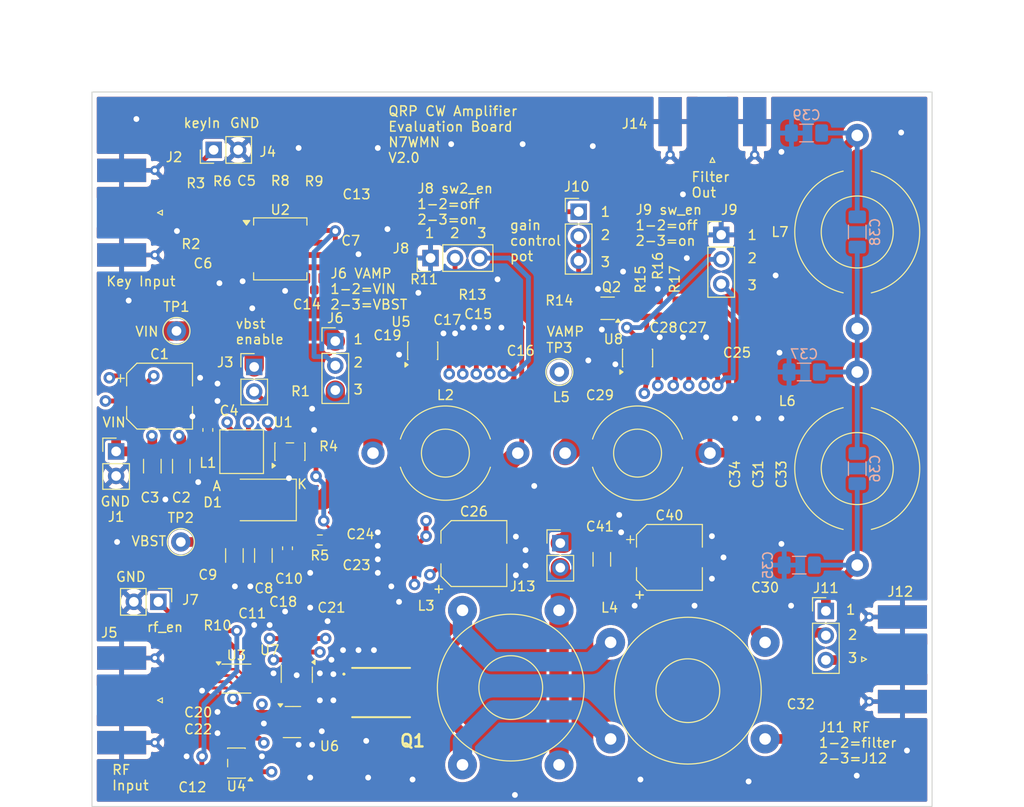
<source format=kicad_pcb>
(kicad_pcb (version 20241229) (generator "pcbnew") (generator_version "9.0")
  (layers (0 "F.Cu" signal) (4 "In1.Cu" signal) (6 "In2.Cu" signal) (2 "B.Cu" signal) (13 "F.Paste" user) (15 "B.Paste" user) (5 "F.SilkS" user "F.Silkscreen") (7 "B.SilkS" user "B.Silkscreen") (1 "F.Mask" user) (3 "B.Mask" user) (25 "Edge.Cuts" user))
  (net 0 "")
  (net 1 "GND")
  (net 2 "+3.3V")
  (net 3 "+5VA")
  (net 4 "/VDD_AMP")
  (net 5 "/cm2")
  (net 6 "/cm1")
  (net 7 "/G2")
  (net 8 "/G1")
  (net 9 "/D1")
  (net 10 "/k1")
  (net 11 "/k3")
  (net 12 "/k2")
  (net 13 "/k6")
  (net 14 "/k4")
  (net 15 "/k5")
  (net 16 "/D2")
  (net 17 "/VDD_PWR")
  (net 18 "/k9")
  (net 19 "/keyIn")
  (net 20 "/rfd+")
  (net 21 "/rfd-")
  (net 22 "/rf_out")
  (net 23 "/sw_enable")
  (net 24 "/~{rf_enable}")
  (net 25 "/rfin")
  (net 26 "Net-(D1-A)")
  (net 27 "/vin")
  (net 28 "VAMP")
  (net 29 "/vbst")
  (net 30 "/sw2")
  (net 31 "Net-(U5-CB)")
  (net 32 "Net-(U8-CB)")
  (net 33 "/sw1")
  (net 34 "Net-(C30-Pad1)")
  (net 35 "Net-(J11-Pin_2)")
  (net 36 "Net-(J11-Pin_1)")
  (net 37 "Net-(C36-Pad2)")
  (net 38 "Net-(J14-In)")
  (net 39 "Net-(J3-Pin_2)")
  (net 40 "Net-(J11-Pin_3)")
  (net 41 "Net-(U1-FB)")
  (net 42 "/fb2")
  (net 43 "/fb1")
  (net 45 "/sw2_en")
  (footprint "PCM_JLCPCB:R_0603" (layer "F.Cu") (at 112.75 68 -90)
    (property "Reference" "R2")
    (property "Value" "10kΩ" (hide yes))
  )
  (footprint "Connector_PinHeader_2.54mm:PinHeader_1x03_P2.54mm_Vertical" (layer "F.Cu") (at 127.7 80.3)
    (property "Reference" "J6")
    (property "Value" "Conn_01x03")
  )
  (footprint "PCM_JLCPCB:R_0603" (layer "F.Cu") (at 125.75 65.75 -90)
    (property "Reference" "R9")
    (property "Value" "11kΩ" (hide yes))
  )
  (footprint "Capacitor_SMD:C_1206_3216Metric_Pad1.33x1.80mm_HandSolder" (layer "F.Cu") (at 117.25 102.5 -90)
    (property "Reference" "C9")
    (property "Value" "10uF")
  )
  (footprint "Capacitor_SMD:C_1206_3216Metric_Pad1.33x1.80mm_HandSolder" (layer "F.Cu") (at 108.75 93.25 -90)
    (property "Reference" "C3")
    (property "Value" "10uF")
  )
  (footprint "Connector_PinHeader_2.54mm:PinHeader_1x03_P2.54mm_Vertical" (layer "F.Cu") (at 167.662132 69.29409)
    (property "Reference" "J9")
    (property "Value" "Conn_01x03" (hide yes))
  )
  (footprint "PCM_JLCPCB:R_0603" (layer "F.Cu") (at 163.1 76.9 90)
    (property "Reference" "R17")
    (property "Value" "10kΩ" (hide yes))
  )
  (footprint "Connector_PinHeader_2.54mm:PinHeader_1x02_P2.54mm_Vertical" (layer "F.Cu") (at 151 101.225)
    (property "Reference" "J13")
    (property "Value" "Conn_01x02")
  )
  (footprint "PCM_JLCPCB:C_0805" (layer "F.Cu") (at 173.9 90.9 90)
    (property "Reference" "C33")
    (property "Value" "22uF")
  )
  (footprint "PCM_JLCPCB:C_0603" (layer "F.Cu") (at 139.75 81.55 90)
    (property "Reference" "C17")
    (property "Value" "100nF")
  )
  (footprint "PCM_JLCPCB:C_0805" (layer "F.Cu") (at 171.5 90.9 90)
    (property "Reference" "C31")
    (property "Value" "22uF")
  )
  (footprint "PCM_JLCPCB:C_0603" (layer "F.Cu") (at 118.25 66 -90)
    (property "Reference" "C5")
    (property "Value" "220nF" (hide yes))
  )
  (footprint "PCM_JLCPCB:R_0603" (layer "F.Cu") (at 161.15 76.9 90)
    (property "Reference" "R16")
    (property "Value" "30kΩ" (hide yes))
  )
  (footprint "Capacitor_SMD:C_0603_1608Metric_Pad1.08x0.95mm_HandSolder" (layer "F.Cu") (at 114.5 89.5 90)
    (property "Reference" "C4")
    (property "Value" "1uF")
  )
  (footprint "PCM_JLCPCB:C_0805" (layer "F.Cu") (at 169.1 90.9 90)
    (property "Reference" "C34")
    (property "Value" "22uF")
  )
  (footprint "Connector_Coaxial:SMA_Molex_73251-1153_EdgeMount_Horizontal" (layer "F.Cu") (at 107.29 117.5)
    (property "Reference" "J5")
    (property "Value" "SMA" (hide yes))
  )
  (footprint "Connector_Coaxial:SMA_Molex_73251-1153_EdgeMount_Horizontal" (layer "F.Cu") (at 107.29 67)
    (property "Reference" "J2")
    (property "Value" "Key In")
  )
  (footprint "TestPoint:TestPoint_Keystone_5000-5004_Miniature" (layer "F.Cu") (at 111.25 79.25)
    (property "Reference" "TP1")
    (property "Value" "VIN")
  )
  (footprint "PCM_JLCPCB:R_0603" (layer "F.Cu") (at 124.1 87.5 90)
    (property "Reference" "R1")
    (property "Value" "10kΩ" (hide yes))
  )
  (footprint "PCM_JLCPCB:SOT-363_SC-70-6" (layer "F.Cu") (at 155.9 76.9 180)
    (property "Reference" "Q2")
    (property "Value" "BC847BS")
  )
  (footprint "PCM_JLCPCB:C_0805" (layer "F.Cu") (at 175.96 120.5 90)
    (property "Reference" "C32")
    (property "Value" "100nF")
  )
  (footprint "Capacitor_SMD:C_1206_3216Metric_Pad1.33x1.80mm_HandSolder" (layer "F.Cu") (at 155.3 102.9 90)
    (property "Reference" "C41")
    (property "Value" "10uF")
  )
  (footprint "TestPoint:TestPoint_Keystone_5000-5004_Miniature" (layer "F.Cu") (at 111.7 101.1)
    (property "Reference" "TP2")
    (property "Value" "VBST")
  )
  (footprint "PCM_JLCPCB:C_0603" (layer "F.Cu") (at 127.7 71.3 -90)
    (property "Reference" "C7")
    (property "Value" "100nF")
  )
  (footprint "Connector_Coaxial:SMA_Molex_73251-1153_EdgeMount_Horizontal" (layer "F.Cu") (at 184.71 113.25 180)
    (property "Reference" "J12")
    (property "Value" "SMA")
  )
  (footprint "PCM_JLCPCB:R_0603" (layer "F.Cu") (at 125.5 91.7 90)
    (property "Reference" "R4")
    (property "Value" "10kΩ" (hide yes))
  )
  (footprint "PCM_JLCPCB:R_0603" (layer "F.Cu") (at 113.25 65.25)
    (property "Reference" "R3")
    (property "Value" "33kΩ")
  )
  (footprint "Capacitor_SMD:C_1206_3216Metric_Pad1.33x1.80mm_HandSolder" (layer "F.Cu") (at 120.25 102.5 -90)
    (property "Reference" "C8")
    (property "Value" "10uF")
  )
  (footprint "PCM_JLCPCB:C_0805" (layer "F.Cu") (at 124.96 110.25 90)
    (property "Reference" "C21")
    (property "Value" "2.2uF")
  )
  (footprint "PCM_JLCPCB:C_0603" (layer "F.Cu") (at 122.71 110.5 90)
    (property "Reference" "C18")
    (property "Value" "100nF")
  )
  (footprint "diodesInc:DMN10H220LPDW13" (layer "F.Cu") (at 135.036228 116.694222 -90)
    (property "Reference" "Q1")
    (property "Value" "DMN10H220LPDW" (hide yes))
  )
  (footprint "PCM_JLCPCB:R_0603" (layer "F.Cu") (at 137.75 76.1 90)
    (property "Reference" "R11")
    (property "Value" "30kΩ" (hide yes))
  )
  (footprint "PCM_JLCPCB:R_0603" (layer "F.Cu") (at 159.3 76.9 -90)
    (property "Reference" "R15")
    (property "Value" "0Ω" (hide yes))
  )
  (footprint "Connector_PinHeader_2.54mm:PinHeader_1x02_P2.54mm_Vertical" (layer "F.Cu") (at 105 91.725)
    (property "Reference" "J1")
    (property "Value" "Conn_01x02")
  )
  (footprint "Package_TO_SOT_SMD:SOT-23-5" (layer "F.Cu") (at 123 91.75 90)
    (property "Reference" "U1")
    (property "Value" "TLV61047DDC")
  )
  (footprint "Transformer_THT:Transformer_Toroid_Horizontal_D14.0mm_Amidon-T50" (layer "F.Cu") (at 140.868296 108.180472 -90)
    (property "Reference" "L3")
    (property "Value" "L_Ferrite_Coupled")
  )
  (footprint "Inductor_THT:L_Toroid_Horizontal_D9.5mm_P15.00mm_Diameter10-5mm_Amidon-T37" (layer "F.Cu") (at 131.6 91.9)
    (property "Reference" "L2")
    (property "Value" "6.8uH")
  )
  (footprint "PCM_JLCPCB:C_0603" (layer "F.Cu") (at 124.75 75 180)
    (property "Reference" "C14")
    (property "Value" "22nF" (hide yes))
  )
  (footprint "Capacitor_SMD:CP_Elec_6.3x5.8" (layer "F.Cu") (at 109.5 86)
    (property "Reference" "C1")
    (property "Value" "47uF")
  )
  (footprint "PCM_JLCPCB:C_0805" (layer "F.Cu") (at 134.9 101.1 180)
    (property "Reference" "C24")
    (property "Value" "22uF" (hide yes))
  )
  (footprint "Capacitor_SMD:CP_Elec_6.3x5.8" (layer "F.Cu") (at 162.3 102.7)
    (property "Reference" "C40")
    (property "Value" "47uF")
  )
  (footprint "Package_SO:SSOP-8_2.95x2.8mm_P0.65mm" (layer "F.Cu") (at 117.46 115.25)
    (property "Reference" "U3")
    (property "Value" "74LVC2G125")
  )
  (footprint "Connector_PinHeader_2.54mm:PinHeader_1x03_P2.54mm_Vertical" (layer "F.Cu") (at 137.56 71.7 90)
    (property "Reference" "J8")
    (property "Value" "Conn_01x03")
  )
  (footprint "Diode_SMD:D_SMB" (layer "F.Cu") (at 120 96.75 180)
    (property "Reference" "D1")
    (property "Value" "B240")
  )
  (footprint "Capacitor_SMD:C_0603_1608Metric_Pad1.08x0.95mm_HandSolder" (layer "F.Cu") (at 122.75 101.75 -90)
    (property "Reference" "C10")
    (property "Value" "1uF")
  )
  (footprint "Resistor_SMD:R_0603_1608Metric_Pad0.98x0.95mm_HandSolder" (layer "F.Cu") (at 126.1 100.9 180)
    (property "Reference" "R5")
    (property "Value" "150K")
  )
  (footprint "Package_TO_SOT_SMD:SOT-23-6" (layer "F.Cu") (at 159 82.05 90)
    (property "Reference" "U8")
    (property "Value" "LMR51430")
  )
  (footprint "Connector_PinHeader_2.54mm:PinHeader_1x03_P2.54mm_Vertical" (layer "F.Cu") (at 178.5 108.25)
    (property "Reference" "J11")
    (property "Value" "Conn_01x03")
  )
  (footprint "Package_TO_SOT_SMD:SOT-23-5_HandSoldering" (layer "F.Cu") (at 123.21 119.75)
    (property "Reference" "U6")
    (property "Value" "UCC27517DBVR" (hide yes))
  )
  (footprint "PCM_JLCPCB:C_0603" (layer "F.Cu") (at 132.865528 81.9 -90)
    (property "Reference" "C19")
    (property "Value" "100nF")
  )
  (footprint "PCM_JLCPCB:C_0603" (layer "F.Cu") (at 113.1 124.9 180)
    (property "Reference" "C12")
    (property "Value" "100nF" (hide yes))
  )
  (footprint "PCM_JLCPCB:C_0603" (layer "F.Cu") (at 117.96 118.75 180)
    (property "Reference" "C20")
    (property "Value" "100nF" (hide yes))
  )
  (footprint "Inductor_SMD:L_Coilcraft_XAL4030-XXX" (layer "F.Cu") (at 118 91.75 -90)
    (property "Reference" "L1")
    (property "Value" "4.7uH")
  )
  (footprint "Transformer_THT:Transformer_Toroid_Horizontal_D14.0mm_Amidon-T50" (layer "F.Cu") (at 156.21 121.5)
    (property "Reference" "L4")
    (property "Value" "L_Ferrite_Coupled")
  )
  (footprint "PCM_JLCPCB:C_0603" (layer "F.Cu") (at 161.75 82.3 90)
    (property "Reference" "C28")
    (property "Value" "100nF")
  )
  (footprint "Inductor_THT:L_Toroid_Horizontal_D12.7mm_P20.00mm_Diameter14-5mm_Amidon-T50" (layer "F.Cu") (at 181.75 79 90)
    (property "Reference" "L7")
    (property "Value" "311n")
  )
  (footprint "PCM_JLCPCB:R_0603" (layer "F.Cu") (at 116.25 66 -90)
    (property "Reference" "R6")
    (property "Value" "8.2kΩ" (hide yes))
  )
  (footprint "TestPoint:TestPoint_Keystone_5000-5004_Miniature" (layer "F.Cu") (at 150.9 83.5)
    (property "Reference" "TP3")
    (property "Value" "VAMP")
  )
  (footprint "PCM_JLCPCB:R_0603" (layer "F.Cu") (at 152.9 75.9 -90)
    (property "Reference" "R14")
    (property "Value" "1kΩ" (hide yes))
  )
  (footprint "PCM_JLCPCB:C_0805" (layer "F.Cu") (at 144.5 81.3 90)
    (property "Reference" "C16")
    (property "Value" "4.7uF" (hide yes))
  )
  (footprint "Package_TO_SOT_SMD:SOT-23-5_HandSoldering" (layer "F.Cu") (at 123.71 114.75 -90)
    (property "Reference" "U7")
    (property "Value" "UCC27517DBVR")
  )
  (footprint "Connector_Coaxial:SMA_Molex_73251-1153_EdgeMount_Horizontal" (layer "F.Cu") (at 166.75 59.29 -90)
    (property "Reference" "J14")
    (property "Value" "SMA")
  )
  (footprint "Inductor_THT:L_Toroid_Horizontal_D12.7mm_P20.00mm_Diameter14-5mm_Amidon-T50" (layer "F.Cu") (at 181.75 103.5 90)
    (property "Reference" "L6")
    (property "Value" "364n")
  )
  (footprint "Inductor_THT:L_Toroid_Horizontal_D9.5mm_P15.00mm_Diameter10-5mm_Amidon-T37" (layer "F.Cu") (at 151.5 91.9)
    (property "Reference" "L5")
    (property "Value" "6.8uH")
  )
  (footprint "Capacitor_SMD:C_1206_3216Metric_Pad1.33x1.80mm_HandSolder" (layer "F.Cu") (at 111.75 93.25 -90)
    (property "Reference" "C2")
    (property "Value" "10uF")
  )
  (footprint "Package_TO_SOT_SMD:SOT-23-5" (layer "F.Cu") (at 117.46 124 180)
    (property "Reference" "U4")
    (property "Value" "MIC5235-3.3YM5")
  )
  (footprint "Connector_PinHeader_2.54mm:PinHeader_1x03_P2.54mm_Vertical" (layer "F.Cu") (at 152.9 66.9)
    (property "Reference" "J10")
    (property "Value" "Conn_01x03")
  )
  (footprint "Package_TO_SOT_SMD:SOT-23-6" (layer "F.Cu") (at 136.75 81.3 90)
    (property "Reference" "U5")
    (property "Value" "LMR51430")
  )
  (footprint "PCM_JLCPCB:C_0603" (layer "F.Cu") (at 119.21 111.75 90)
    (property "Reference" "C11")
    (property "Value" "100nF" (hide yes))
  )
  (footprint "PCM_JLCPCB:R_0603" (layer "F.Cu") (at 115.5 111.75 -90)
    (property "Reference" "R10")
    (property "Value" "10kΩ" (hide yes))
  )
  (footprint "PCM_JLCPCB:R_0603" (layer "F.Cu") (at 139.5 76.1 90)
    (property "Reference" "R13")
    (property "Value" "10kΩ" (hide yes))
  )
  (footprint "PCM_JLCPCB:C_0805" (layer "F.Cu") (at 164 82.3 90)
    (property "Reference" "C27")
    (property "Value" "4.7uF")
  )
  (footprint "Capacitor_SMD:C_Elec_6.3x5.8" (layer "F.Cu") (at 142.05 102.3)
    (property "Reference" "C26")
    (property "Value" "100uF")
  )
  (footprint "PCM_JLCPCB:C_0805" (layer "F.Cu") (at 142 81.3 90)
    (property "Reference" "C15")
    (property "Value" "4.7uF")
  )
  (footprint "Connector_PinHeader_2.54mm:PinHeader_1x02_P2.54mm_Vertical" (layer "F.Cu") (at 109.375 107.3 -90)
    (property "Reference" "J7")
    (property "Value" "Conn_01x02" (hide yes))
  )
  (footprint "PCM_JLCPCB:C_0805" (layer "F.Cu") (at 117.96 120.75 180)
    (property "Reference" "C22")
    (property "Value" "2.2uF")
  )
  (footprint "PCM_JLCPCB:C_0805" (layer "F.Cu") (at 172.21 107.5)
    (property "Reference" "C30")
    (property "Value" "100nF")
  )
  (footprint "PCM_JLCPCB:C_0603" (layer "F.Cu") (at 155.5 82.7 -90)
    (property "Reference" "C29")
    (property "Value" "100nF")
  )
  (footprint "PCM_JLCPCB:C_0805" (layer "F.Cu") (at 166.5 82.3 90)
    (property "Reference" "C25")
    (property "Value" "4.7uF")
  )
  (footprint "Connector_PinHeader_2.54mm:PinHeader_1x02_P2.54mm_Vertical" (layer "F.Cu") (at 119.3 82.975)
    (property "Reference" "J3")
    (property "Value" "Conn_01x02")
  )
  (footprint "Package_SO:SOIC-8_5.3x6.2mm_P1.27mm" (layer "F.Cu") (at 122 70.75)
    (property "Reference" "U2")
    (property "Value" "OPA1678")
  )
  (footprint "Connector_PinHeader_2.54mm:PinHeader_1x02_P2.54mm_Vertical" (layer "F.Cu") (at 115.1 60.5 90)
    (property "Reference" "J4")
    (property "Value" "Key In" (hide yes))
  )
  (footprint "PCM_JLCPCB:C_0805" (layer "F.Cu") (at 134.9 103.7 180)
    (property "Reference" "C23")
    (property "Value" "22uF" (hide yes))
  )
  (footprint "PCM_JLCPCB:C_0603" (layer "F.Cu") (at 127.75 65.75 -90)
    (property "Reference" "C13")
    (property "Value" "220nF" (hide yes))
  )
  (footprint "PCM_JLCPCB:C_0603" (layer "F.Cu") (at 115.75 72.25 -90)
    (property "Reference" "C6")
    (property "Value" "100nF" (hide yes))
  )
  (footprint "PCM_JLCPCB:R_0603" (layer "F.Cu") (at 122 65)
    (property "Reference" "R8")
    (property "Value" "36kΩ")
  )
  (footprint "Capacitor_SMD:C_1206_3216Metric_Pad1.33x1.80mm_HandSolder" (layer "B.Cu") (at 181.75 69 90)
    (property "Reference" "C38")
    (property "Value" "101p")
  )
  (footprint "Capacitor_SMD:C_1206_3216Metric_Pad1.33x1.80mm_HandSolder" (layer "B.Cu") (at 176.25 83.5 180)
    (property "Reference" "C37")
    (property "Value" "609p")
  )
  (footprint "Capacitor_SMD:C_1206_3216Metric_Pad1.33x1.80mm_HandSolder" (layer "B.Cu") (at 175.75 103.5 180)
    (property "Reference" "C35")
    (property "Value" "314p")
  )
  (footprint "Capacitor_SMD:C_1206_3216Metric_Pad1.33x1.80mm_HandSolder" (layer "B.Cu") (at 181.75 93.5 90)
    (property "Reference" "C36")
    (property "Value" "44p")
  )
  (footprint "Capacitor_SMD:C_1206_3216Metric_Pad1.33x1.80mm_HandSolder" (layer "B.Cu") (at 176.5 58.75 180)
    (property "Reference" "C39")
    (property "Value" "279p")
  )
  (gr_rect (start 102.5 54.5) (end 189.5 128.5) (stroke (width 0.1)) (fill no) (layer "Edge.Cuts"))
  (gr_text "2" (at 180.7 111.3 0) (layer "F.SilkS") (effects (font (size 1 1)) (justify left bottom)))
  (gr_text "+" (at 137.7 106.5 0) (layer "F.SilkS") (effects (font (size 1 1)) (justify left bottom)))
  (gr_text "A" (at 114.9 95.9 0) (layer "F.SilkS") (effects (font (size 1 1)) (justify left bottom)))
  (gr_text "1" (at 129.5 80.7 0) (layer "F.SilkS") (effects (font (size 1 1)) (justify left bottom)))
  (gr_text "rf_en" (at 108.105 110.5 0) (layer "F.SilkS") (effects (font (size 1 1)) (justify left bottom)))
  (gr_text "VIN" (at 106.9 79.9 0) (layer "F.SilkS") (effects (font (size 1 1)) (justify left bottom)))
  (gr_text "VBST" (at 106.5 101.603733 0) (layer "F.SilkS") (effects (font (size 1 1)) (justify left bottom)))
  (gr_text "3" (at 142.3 69.7 0) (layer "F.SilkS") (effects (font (size 1 1)) (justify left bottom)))
  (gr_text "J8 sw2_en\n1-2=off\n2-3=on" (at 136.1 68.3 0) (layer "F.SilkS") (effects (font (size 1 1)) (justify left bottom)))
  (gr_text "3" (at 180.7 113.7 0) (layer "F.SilkS") (effects (font (size 1 1)) (justify left bottom)))
  (gr_text "vbst\nenable" (at 117.3 80.7 0) (layer "F.SilkS") (effects (font (size 1 1)) (justify left bottom)))
  (gr_text "GND" (at 103.3 97.5 0) (layer "F.SilkS") (effects (font (size 1 1)) (justify left bottom)))
  (gr_text "RF\nInput" (at 104.5 126.9 0) (layer "F.SilkS") (effects (font (size 1 1)) (justify left bottom)))
  (gr_text "2" (at 129.5 83.1 0) (layer "F.SilkS") (effects (font (size 1 1)) (justify left bottom)))
  (gr_text "GND" (at 116.7 58.3 0) (layer "F.SilkS") (effects (font (size 1 1)) (justify left bottom)))
  (gr_text "VAMP" (at 149.5 79.9 0) (layer "F.SilkS") (effects (font (size 1 1)) (justify left bottom)))
  (gr_text "1" (at 136.9 69.7 0) (layer "F.SilkS") (effects (font (size 1 1)) (justify left bottom)))
  (gr_text "3" (at 129.5 85.9 0) (layer "F.SilkS") (effects (font (size 1 1)) (justify left bottom)))
  (gr_text "GND" (at 104.9 105.3 0) (layer "F.SilkS") (effects (font (size 1 1)) (justify left bottom)))
  (gr_text "+" (at 158.5 107.1 0) (layer "F.SilkS") (effects (font (size 1 1)) (justify left bottom)))
  (gr_text "keyIn" (at 111.9 58.3 0) (layer "F.SilkS") (effects (font (size 1 1)) (justify left bottom)))
  (gr_text "2" (at 155.1 69.9 0) (layer "F.SilkS") (effects (font (size 1 1)) (justify left bottom)))
  (gr_text "1" (at 180.5 108.7 0) (layer "F.SilkS") (effects (font (size 1 1)) (justify left bottom)))
  (gr_text "K" (at 123.66 95.7 0) (layer "F.SilkS") (effects (font (size 1 1)) (justify left bottom)))
  (gr_text "Filter\nOut" (at 164.5 65.5 0) (layer "F.SilkS") (effects (font (size 1 1)) (justify left bottom)))
  (gr_text "Key Input" (at 103.9 74.7 0) (layer "F.SilkS") (effects (font (size 1 1)) (justify left bottom)))
  (gr_text "2" (at 139.5 69.7 0) (layer "F.SilkS") (effects (font (size 1 1)) (justify left bottom)))
  (gr_text "1" (at 170.3 69.9 0) (layer "F.SilkS") (effects (font (size 1 1)) (justify left bottom)))
  (gr_text "3" (at 170.3 75.1 0) (layer "F.SilkS") (effects (font (size 1 1)) (justify left bottom)))
  (gr_text "J9 sw_en\n1-2=off\n2-3=on" (at 158.7 70.5 0) (layer "F.SilkS") (effects (font (size 1 1)) (justify left bottom)))
  (gr_text "J6 VAMP\n1-2=VIN\n2-3=VBST" (at 127.1 77.1 0) (layer "F.SilkS") (effects (font (size 1 1)) (justify left bottom)))
  (gr_text "3" (at 155.1 72.7 0) (layer "F.SilkS") (effects (font (size 1 1)) (justify left bottom)))
  (gr_text "VIN" (at 103.5 89.3 0) (layer "F.SilkS") (effects (font (size 1 1)) (justify left bottom)))
  (gr_text "gain\ncontrol\npot" (at 145.7 72.1 0) (layer "F.SilkS") (effects (font (size 1 1)) (justify left bottom)))
  (gr_text "1" (at 155.1 67.5 0) (layer "F.SilkS") (effects (font (size 1 1)) (justify left bottom)))
  (gr_text "QRP CW Amplifier\nEvaluation Board\nN7WMN\nV2.0" (at 133.1 61.9 0) (layer "F.SilkS") (effects (font (size 1 1)) (justify left bottom)))
  (gr_text "J11 RF\n1-2=filter\n2-3=J12" (at 177.7 124.1 0) (layer "F.SilkS") (effects (font (size 1 1)) (justify left bottom)))
  (gr_text "2" (at 170.3 72.3 0) (layer "F.SilkS") (effects (font (size 1 1)) (justify left bottom)))
  (segment (start 144.9 78.9) (end 144.9 79.95) (width 0.5) (layer "F.Cu") (net 1))
  (segment (start 142.1 78.9) (end 142.1 80.25) (width 0.5) (layer "F.Cu") (net 1))
  (segment (start 125.1 104.3) (end 123.8375 103.7) (width 0.5) (layer "F.Cu") (net 1))
  (segment (start 132.55 101.05) (end 132.1 101.5) (width 0.5) (layer "F.Cu") (net 1))
  (segment (start 117.3 104.1125) (end 117.25 104.0625) (width 0.5) (layer "F.Cu") (net 1))
  (segment (start 118.5975 124) (end 119.4 124) (width 0.5) (layer "F.Cu") (net 1))
  (segment (start 123.71 114.89) (end 123.7 114.9) (width 0.5) (layer "F.Cu") (net 1))
  (segment (start 157.1875 83.1875) (end 156.7 82.7) (width 0.5) (layer "F.Cu") (net 1))
  (segment (start 142.1 80.25) (end 142 80.35) (width 0.5) (layer "F.Cu") (net 1))
  (segment (start 164 81.35) (end 164 80.2) (width 0.5) (layer "F.Cu") (net 1))
  (segment (start 115.7 74.3) (end 115.7 73.08) (width 0.5) (layer "F.Cu") (net 1))
  (segment (start 137.73 75.3) (end 137.75 75.28) (width 0.5) (layer "F.Cu") (net 1))
  (segment (start 132.6 101.1) (end 133.95 101.1) (width 0.5) (layer "F.Cu") (net 1))
  (segment (start 164 80.2) (end 163.7 79.9) (width 0.5) (layer "F.Cu") (net 1))
  (segment (start 144.645731 102.3) (end 146.399764 100.545967) (width 0.5) (layer "F.Cu") (net 1))
  (segment (start 118.1 73.055) (end 118.5 72.655) (width 0.5) (layer "F.Cu") (net 1))
  (segment (start 128.99 72.08) (end 127.7 72.08) (width 0.5) (layer "F.Cu") (net 1))
  (segment (start 173.36 107.7) (end 173.16 107.5) (width 0.5) (layer "F.Cu") (net 1))
  (segment (start 123.8375 103.7) (end 122.75 102.6125) (width 0.5) (layer "F.Cu") (net 1))
  (segment (start 135.8 82.4375) (end 135.0375 82.4375) (width 0.5) (layer "F.Cu") (net 1))
  (segment (start 115.65 120.75) (end 115.5 120.9) (width 0.5) (layer "F.Cu") (net 1))
  (segment (start 123.71 113.4) (end 123.71 114.89) (width 0.5) (layer "F.Cu") (net 1))
  (segment (start 118.9 105.7) (end 118.9 105.4125) (width 0.5) (layer "F.Cu") (net 1))
  (segment (start 119.4 124) (end 120.1 123.3) (width 0.5) (layer "F.Cu") (net 1))
  (segment (start 117.3 105.7) (end 117.3 104.1125) (width 0.5) (layer "F.Cu") (net 1))
  (segment (start 155.3 79.1) (end 155.9 77.55) (width 0.5) (layer "F.Cu") (net 1))
  (segment (start 119.21 110.97) (end 119.21 109.79) (width 0.5) (layer "F.Cu") (net 1))
  (segment (start 126.3 120.7) (end 124.56 120.7) (width 0.5) (layer "F.Cu") (net 1))
  (segment (start 155.9 77.55) (end 156.85 77.55) (width 0.5) (layer "F.Cu") (net 1))
  (segment (start 129.77 71.3) (end 128.99 72.08) (width 0.5) (layer "F.Cu") (net 1))
  (segment (start 117.01 120.75) (end 115.65 120.75) (width 0.5) (layer "F.Cu") (net 1))
  (segment (start 132.9 103.7) (end 132.1 102.9) (width 0.5) (layer "F.Cu") (net 1))
  (segment (start 111.8375 94.9) (end 111.75 94.8125) (width 0.5) (layer "F.Cu") (net 1))
  (segment (start 129.771228 117.329222) (end 127.670778 117.329222) (width 0.5) (layer "F.Cu") (net 1))
  (segment (start 121.52 109.72) (end 122.71 109.72) (width 0.5) (layer "F.Cu") (net 1))
  (segment (start 130.1 71.3) (end 129.77 71.3) (width 0.5) (layer "F.Cu") (net 1))
  (segment (start 166.5 80.3) (end 166.1 79.9) (width 0.5) (layer "F.Cu") (net 1))
  (segment (start 161.15 74.95) (end 161.1 74.9) (width 0.5) (layer "F.Cu") (net 1))
  (segment (start 127.5 114.789222) (end 127.189222 114.789222) (width 0.5) (layer "F.Cu") (net 1))
  (segment (start 133.95 103.7) (end 132.9 103.7) (width 0.5) (layer "F.Cu") (net 1))
  (segment (start 120.9 109.7) (end 121.52 109.72) (width 0.5) (layer "F.Cu") (net 1))
  (segment (start 118.9 105.4125) (end 120.25 104.0625) (width 0.5) (layer "F.Cu") (net 1))
  (segment (start 135.0375 82.4375) (end 134.3 81.7) (width 0.5) (layer "F.Cu") (net 1))
  (segment (start 113.7 84.5) (end 112.2 86) (width 0.5) (layer "F.Cu") (net 1))
  (segment (start 158.05 83.1875) (end 157.1875 83.1875) (width 0.5) (layer "F.Cu") (net 1))
  (segment (start 139.75 79.85) (end 140.1 79.5) (width 0.5) (layer "F.Cu") (net 1))
  (segment (start 144.6375 102.3) (end 144.645731 102.3) (width 0.5) (layer "F.Cu") (net 1))
  (segment (start 110.1 96.1625) (end 108.75 94.8125) (width 0.5) (layer "F.Cu") (net 1))
  (segment (start 124.96 109.3) (end 126.9 109.3) (width 0.5) (layer "F.Cu") (net 1))
  (segment (start 127.5 117.5) (end 126.1 117.5) (width 0.5) (layer "F.Cu") (net 1))
  (segment (start 127.189222 114.789222) (end 129.771228 114.789222) (width 0.5) (layer "F.Cu") (net 1))
  (segment (start 112.9 88.1) (end 114.5 88.5) (width 0.5) (layer "F.Cu") (net 1))
  (segment (start 115.7 73.08) (end 115.75 73.03) (width 0.5) (layer "F.Cu") (net 1))
  (segment (start 118.1 74.1) (end 118.1 73.055) (width 0.5) (layer "F.Cu") (net 1))
  (segment (start 113.5 94.9) (end 111.8375 94.9) (width 0.5) (layer "F.Cu") (net 1))
  (segment (start 112.67 68.9) (end 112.75 68.82) (width 0.5) (layer "F.Cu") (net 1))
  (segment (start 174.9 107.7) (end 173.36 107.7) (width 0.5) (layer "F.Cu") (net 1))
  (segment (start 111.3 68.9) (end 112.67 68.9) (width 0.5) (layer "F.Cu") (net 1))
  (segment (start 124.68 86.68) (end 125.3 87.3) (width 0.5) (layer "F.Cu") (net 1))
  (segment (start 161.75 80.35) (end 161.3 79.9) (width 0.5) (layer "F.Cu") (net 1))
  (segment (start 114.175 116.225) (end 113.9 116.5) (width 0.25) (layer "F.Cu") (net 1))
  (segment (start 119.21 109.79) (end 119.3 109.7) (width 0.5) (layer "F.Cu") (net 1))
  (segment (start 127.670778 117.329222) (end 127.5 117.5) (width 0.5) (layer "F.Cu") (net 1))
  (segment (start 110.1 96.7) (end 110.1 96.1625) (width 0.5) (layer "F.Cu") (net 1))
  (segment (start 123.97 75) (end 122.6 75) (width 0.5) (layer "F.Cu") (net 1))
  (segment (start 166.5 81.35) (end 166.5 80.3) (width 0.5) (layer "F.Cu") (net 1))
  (segment (start 114.5 88.5) (end 114.5 88.6375) (width 0.5) (layer "F.Cu") (net 1))
  (segment (start 144.9 79.95) (end 144.5 80.35) (width 0.5) (layer "F.Cu") (net 1))
  (segment (start 139.75 80.77) (end 139.75 79.85) (width 0.5) (layer "F.Cu") (net 1))
  (segment (start 113.7 84.1) (end 113.7 84.5) (width 0.5) (layer "F.Cu") (net 1))
  (segment (start 161.75 81.52) (end 161.75 80.35) (width 0.5) (layer "F.Cu") (net 1))
  (segment (start 154.95 76.25) (end 154.95 74.95) (width 0.5) (layer "F.Cu") (net 1))
  (segment (start 136.3 75.3) (end 137.73 75.3) (width 0.5) (layer "F.Cu") (net 1))
  (segment (start 132.55 101.05) (end 132.6 101.1) (width 0.5) (layer "F.Cu") (net 1))
  (segment (start 122.6 75) (end 122.5 75.1) (width 0.5) (layer "F.Cu") (net 1))
  (segment (start 122.9 94.5) (end 123 92.8875) (width 0.5) (layer "F.Cu") (net 1))
  (segment (start 115.76 116.225) (end 114.175 116.225) (width 0.25) (layer "F.Cu") (net 1))
  (segment (start 161.15 76.08) (end 161.15 74.95) (width 0.5) (layer "F.Cu") (net 1))
  (segment (start 124.1 86.68) (end 124.68 86.68) (width 0.5) (layer "F.Cu") (net 1))
  (segment (start 154.95 74.95) (end 154.9 74.9) (width 0.5) (layer "F.Cu") (net 1))
  (via (at 143.5 78.9) (size 1.2) (drill 0.6) (layers "F.Cu" "B.Cu") (net 1))
  (via (at 120.9 109.7) (size 1.2) (drill 0.6) (layers "F.Cu" "B.Cu") (net 1))
  (via (at 158.7 107.7) (size 1.2) (drill 0.6) (layers "F.Cu" "B.Cu") (net 1))
  (via (at 173.9 60.7) (size 1.2) (drill 0.6) (layers "F.Cu" "B.Cu") (net 1))
  (via (at 155.3 79.1) (size 1.2) (drill 0.6) (layers "F.Cu" "B.Cu") (net 1))
  (via (at 131.1 125.5) (size 1.2) (drill 0.6) (layers "F.Cu" "B.Cu") (net 1))
  (via (at 167.9 102.7) (size 1.2) (drill 0.6) (layers "F.Cu" "B.Cu") (net 1))
  (via (at 147.1 59.9) (size 1.2) (drill 0.6) (layers "F.Cu" "B.Cu") (net 1))
  (via (at 148.3 95.3) (size 1.2) (drill 0.6) (layers "F.Cu" "B.Cu") (net 1))
  (via (at 144.5 73.9) (size 1.2) (drill 0.6) (layers "F.Cu" "B.Cu") (net 1))
  (via (at 144.9 78.9) (size 1.2) (drill 0.6) (layers "F.Cu" "B.Cu") (net 1))
  (via (at 107.1 57.3) (size 1.2) (drill 0.6) (layers "F.Cu" "B.Cu") (net 1))
  (via (at 166.7 104.9) (size 1.2) (drill 0.6) (layers "F.Cu" "B.Cu") (net 1))
  (via (at 123.9 122.1) (size 1.2) (drill 0.6) (layers "F.Cu" "B.Cu") (net 1))
  (via (at 125.3 87.3) (size 1.2) (drill 0.6) (layers "F.Cu" "B.Cu") (net 1))
  (via (at 153.9 82.3) (size 1.2) (drill 0.6) (layers "F.Cu" "B.Cu") (net 1))
  (via (at 132.1 102.9) (size 1.2) (drill 0.6) (layers "F.Cu" "B.Cu") (net 1))
  (via (at 140.9 78.9) (size 1.2) (drill 0.6) (layers "F.Cu" "B.Cu") (net 1))
  (via (at 133.1 68.7) (size 1.2) (drill 0.6) (layers "F.Cu" "B.Cu") (net 1))
  (via (at 140.1 79.5) (size 1.2) (drill 0.6) (layers "F.Cu" "B.Cu") (net 1))
  (via (at 115.5 86.5) (size 1.2) (drill 0.6) (layers "F.Cu" "B.Cu") (net 1))
  (via (at 115.5 120.9) (size 1.2) (drill 0.6) (layers "F.Cu" "B.Cu") (net 1))
  (via (at 130.1 112.3) (size 1.2) (drill 0.6) (layers "F.Cu" "B.Cu") (net 1))
  (via (at 157.1 98.3) (size 1.2) (drill 0.6) (layers "F.Cu" "B.Cu") (net 1))
  (via (at 112.9 88.1) (size 1.2) (drill 0.6) (layers "F.Cu" "B.Cu") (net 1))
  (via (at 119.3 109.7) (size 1.2) (drill 0.6) (layers "F.Cu" "B.Cu") (net 1))
  (via (at 139.7 59.9) (size 1.2) (drill 0.6) (layers "F.Cu" "B.Cu") (net 1))
  (via (at 117.3 105.7) (size 1.2) (drill 0.6) (layers "F.Cu" "B.Cu") (net 1))
  (via (at 125.1 125.5) (size 1.2) (drill 0.6) (layers "F.Cu" "B.Cu") (net 1))
  (via (at 135.7 125.7) (size 1.2) (drill 0.6) (layers "F.Cu" "B.Cu") (net 1))
  (via (at 132.1 100.1) (size 1.2) (drill 0.6) (layers "F.Cu" "B.Cu") (net 1))
  (via (at 127.5 114.789222) (size 1.2) (drill 0.6) (layers "F.Cu" "B.Cu") (net 1))
  (via (at 132.1 60.3) (size 1.2) (drill 0.6) (layers "F.Cu" "B.Cu") (net 1))
  (via (at 154.9 74.9) (size 1.2) (drill 0.6) (layers "F.Cu" "B.Cu") (net 1))
  (via (at 134.3 81.7) (size 1.2) (drill 0.6) (layers "F.Cu" "B.Cu") (net 1))
  (via (at 186.9 122.7) (size 1.2) (drill 0.6) (layers "F.Cu" "B.Cu") (net 1))
  (via (at 111.3 68.9) (size 1.2) (drill 0.6) (layers "F.Cu" "B.Cu") (net 1))
  (via (at 169.1 88.3) (size 1.2) (drill 0.6) (layers "F.Cu" "B.Cu") (net 1))
  (via (at 122.5 108.3) (size 1.2) (drill 0.6) (layers "F.Cu" "B.Cu") (net 1))
  (via (at 181.7 125.3) (size 1.2) (drill 0.6) (layers "F.Cu" "B.Cu") (net 1))
  (via (at 134.3 107.3) (size 1.2) (drill 0.6) (layers "F.Cu" "B.Cu") (net 1))
  (via (at 118.9 105.7) (size 1.2) (drill 0.6) (layers "F.Cu" "B.Cu") (net 1))
  (via (at 106.3 76.1) (size 1.2) (drill 0.6) (layers "F.Cu" "B.Cu") (net 1))
  (via (at 146.399764 100.545967) (size 1.2) (drill 0.6) (layers "F.Cu" "B.Cu") (net 1))
  (via (at 164.1 71.7) (size 1.2) (drill 0.6) (layers "F.Cu" "B.Cu") (net 1))
  (via (at 157.5 73.1) (size 1.2) (drill 0.6) (layers "F.Cu" "B.Cu") (net 1))
  (via (at 146.399764 104.545967) (size 1.2) (drill 0.6) (layers "F.Cu" "B.Cu") (net 1))
  (via (at 105.1 101.1) (size 1.2) (drill 0.6) (layers "F.Cu" "B.Cu") (net 1))
  (via (at 161.1 74.9) (size 1.2) (drill 0.6) (layers "F.Cu" "B.Cu") (net 1))
  (via (at 130.1 71.3) (size 1.2) (drill 0.6) (layers "F.Cu" "B.Cu") (net 1))
  (via (at 126.1 117.5) (size 1.2) (drill 0.6) (layers "F.Cu" "B.Cu") (net 1))
  (via (at 119.1 76.9) (size 1.2) (drill 0.6) (layers "F.Cu" "B.Cu") (net 1))
  (via (at 122.5 75.1) (size 1.2) (drill 0.6) (layers "F.Cu" "B.Cu") (net 1))
  (via (at 110.1 96.7) (size 1.2) (drill 0.6) (layers "F.Cu" "B.Cu") (net 1))
  (via (at 173.9 101.3) (size 1.2) (drill 0.6) (layers "F.Cu" "B.Cu") (net 1))
  (via (at 125.1 107.9) (size 1.2) (drill 0.6) (layers "F.Cu" "B.Cu") (net 1))
  (via (at 156.7 82.7) (size 1.2) (drill 0.6) (layers "F.Cu" "B.Cu") (net 1))
  (via (at 126.1 114.7) (size 1.2) (drill 0.6) (layers "F.Cu" "B.Cu") (net 1))
  (via (at 173.9 88.3) (size 1.2) (drill 0.6) (layers "F.Cu" "B.Cu") (net 1))
  (via (at 113.5 94.9) (size 1.2) (drill 0.6) (layers "F.Cu" "B.Cu") (net 1))
  (via (at 154.364923 60.10667) (size 1.2) (drill 0.6) (layers "F.Cu" "B.Cu") (net 1))
  (via (at 125.3 122.1) (size 1.2) (drill 0.6) (layers "F.Cu" "B.Cu") (net 1))
  (via (at 146.3 127.3) (size 1.2) (drill 0.6) (layers "F.Cu" "B.Cu") (net 1))
  (via (at 174.9 107.7) (size 1.2) (drill 0.6) (layers "F.Cu" "B.Cu") (net 1))
  (via (at 130.9 121.7) (size 1.2) (drill 0.6) (layers "F.Cu" "B.Cu") (net 1))
  (via (at 115.7 74.3) (size 1.2) (drill 0.6) (layers "F.Cu" "B.Cu") (net 1))
  (via (at 125.1 104.3) (size 1.2) (drill 0.6) (layers "F.Cu" "B.Cu") (net 1))
  (via (at 121.3 114.7) (size 1.2) (drill 0.6) (layers "F.Cu" "B.Cu") (net 1))
  (via (at 163.7 65.1) (size 1.2) (drill 0.6) (layers "F.Cu" "B.Cu") (net 1))
  (via (at 166.7 100.5) (size 1.2) (drill 0.6) (layers "F.Cu" "B.Cu") (net 1))
  (via (at 127.3 113.3) (size 1.2) (drill 0.6) (layers "F.Cu" "B.Cu") (net 1))
  (via (at 138.9 79.5) (size 1.2) (drill 0.6) (layers "F.Cu" "B.Cu") (net 1))
  (via (at 142.1 78.9) (size 1.2) (drill 0.6) (layers "F.Cu" "B.Cu") (net 1))
  (via (at 125.5 89.5) (size 1.2) (drill 0.6) (layers "F.Cu" "B.Cu") (net 1))
  (via (at 131.7 112.3) (size 1.2) (drill 0.6) (layers "F.Cu" "B.Cu") (net 1))
  (via (at 132.1 101.5) (size 1.2) (drill 0.6) (layers "F.Cu" "B.Cu") (net 1))
  (via (at 157.3 100.1) (size 1.2) (drill 0.6) (layers "F.Cu" "B.Cu") (net 1))
  (via (at 133.5 105.7) (size 1.2) (drill 0.6) (layers "F.Cu" "B.Cu") (net 1))
  (via (at 126.3 120.7) (size 1.2) (drill 0.6) (layers "F.Cu" "B.Cu") (net 1))
  (via (at 166.1 79.9) (size 1.2) (drill 0.6) (layers "F.Cu" "B.Cu") (net 1))
  (via (at 173.3 73.5) (size 1.2) (drill 0.6) (layers "F.Cu" "B.Cu") (net 1))
  (via (at 128.5 112.3) (size 1.2) (drill 0.6) (layers "F.Cu" "B.Cu") (net 1))
  (via (at 186.3 58.7) (size 1.2) (drill 0.6) (layers "F.Cu" "B.Cu") (net 1))
  (via (at 147.399764 103.545967) (size 1.2) (drill 0.6) (layers "F.Cu" "B.Cu") (net 1))
  (via (at 118.1 74.1) (size 1.2) (drill 0.6) (layers "F.Cu" "B.Cu") (net 1))
  (via (at 159.3 125.7) (size 1.2) (drill 0.6) (layers "F.Cu" "B.Cu") (net 1))
  (via (at 115.5 84.7) (size 1.2) (drill 0.6) (layers "F.Cu" "B.Cu") (net 1))
  (via (at 120.3 119.9) (size 1.2) (drill 0.6) (layers "F.Cu" "B.Cu") (net 1))
  (via (at 113.7 84.1) (size 1.2) (drill 0.6) (layers "F.Cu" "B.Cu") (net 1))
  (via (at 127.5 117.5) (size 1.2) (drill 0.6) (layers "F.Cu" "B.Cu") (net 1))
  (via (at 132.1 104.3) (size 1.2) (drill 0.6) (layers "F.Cu" "B.Cu") (net 1))
  (via (at 170.5 125.9) (size 1.2) (drill 0.6) (layers "F.Cu" "B.Cu") (net 1))
  (via (at 171.5 88.3) (size 1.2) (drill 0.6) (layers "F.Cu" "B.Cu") (net 1))
  (via (at 173.7 81.5) (size 1.2) (drill 0.6) (layers "F.Cu" "B.Cu") (net 1))
  (via (at 122.9 94.5) (size 1.2) (drill 0.6) (layers "F.Cu" "B.Cu") (net 1))
  (via (at 115.5 118.7) (size 1.2) (drill 0.6) (layers "F.Cu" "B.Cu") (net 1))
  (via (at 164.9 107.7) (size 1.2) (drill 0.6) (layers "F.Cu" "B.Cu") (net 1))
  (via (at 120.1 123.3) (size 1.2) (drill 0.6) (layers "F.Cu" "B.Cu") (net 1))
  (via (at 113.9 116.5) (size 1.2) (drill 0.6) (layers "F.Cu" "B.Cu") (net 1))
  (via (at 123.7 114.9) (size 1.2) (drill 0.6) (layers "F.Cu" "B.Cu") (net 1))
  (via (at 163.7 79.9) (size 1.2) (drill 0.6) (layers "F.Cu" "B.Cu") (net 1))
  (via (at 161.3 79.9) (size 1.2) (drill 0.6) (layers "F.Cu" "B.Cu") (net 1))
  (via (at 112.3 123.3) (size 1.2) (drill 0.6) (layers "F.Cu" "B.Cu") (net 1))
  (via (at 123.9 60.3) (size 1.2) (drill 0.6) (layers "F.Cu" "B.Cu") (net 1))
  (via (at 126.9 109.3) (size 1.2) (drill 0.6) (layers "F.Cu" "B.Cu") (net 1))
  (via (at 147.399764 101.945967) (size 1.2) (drill 0.6) (layers "F.Cu" "B.Cu") (net 1))
  (via (at 136.3 75.3) (size 1.2) (drill 0.6) (layers "F.Cu" "B.Cu") (net 1))
  (segment (start 116.13 110.93) (end 117.73 112.53) (width 0.5) (layer "F.Cu") (net 2))
  (segment (start 117.5 110.3) (end 116.13 110.3) (width 0.5) (layer "F.Cu") (net 2))
  (segment (start 116.13 110.3) (end 115.5 110.93) (width 0.5) (layer "F.Cu") (net 2))
  (segment (start 113.88 124.9) (end 113.88 123.32) (width 0.5) (layer "F.Cu") (net 2))
  (segment (start 113.88 123.32) (end 113.9 123.3) (width 0.5) (layer "F.Cu") (net 2))
  (segment (start 116.3225 124.95) (end 113.93 124.95) (width 0.5) (layer "F.Cu") (net 2))
  (segment (start 119.16 112.58) (end 119.21 112.53) (width 0.25) (layer "F.Cu") (net 2))
  (segment (start 117.73 112.53) (end 119.21 112.53) (width 0.5) (layer "F.Cu") (net 2))
  (segment (start 113.93 124.95) (end 113.88 124.9) (width 0.5) (layer "F.Cu") (net 2))
  (segment (start 115.5 110.93) (end 116.13 110.93) (width 0.5) (layer "F.Cu") (net 2))
  (segment (start 119.16 114.275) (end 119.16 112.58) (width 0.25) (layer "F.Cu") (net 2))
  (via (at 113.9 123.3) (size 1.2) (drill 0.6) (layers "F.Cu" "B.Cu") (net 2))
  (via (at 117.5 110.3) (size 1.2) (drill 0.6) (layers "F.Cu" "B.Cu") (net 2))
  (segment (start 113.9 123.3) (end 114.1 123.1) (width 0.5) (layer "B.Cu") (net 2))
  (segment (start 117.5 114.5) (end 117.5 110.3) (width 0.5) (layer "B.Cu") (net 2))
  (segment (start 114.1 117.9) (end 117.5 114.5) (width 0.5) (layer "B.Cu") (net 2))
  (segment (start 114.1 123.1) (end 114.1 117.9) (width 0.5) (layer "B.Cu") (net 2))
  (segment (start 122.66 113.3) (end 122.76 113.4) (width 0.5) (layer "F.Cu") (net 3))
  (segment (start 119.58 121.42) (end 118.91 120.75) (width 0.5) (layer "F.Cu") (net 3))
  (segment (start 122.53 111.1) (end 122.71 111.28) (width 0.5) (layer "F.Cu") (net 3))
  (segment (start 126.7 111.1) (end 125.06 111.1) (width 0.5) (layer "F.Cu") (net 3))
  (segment (start 147.1 78.9) (end 147.007486 78.992514) (width 0.5) (layer "F.Cu") (net 3))
  (segment (start 118.5975 124.95) (end 119.85 124.95) (width 0.5) (layer "F.Cu") (net 3))
  (segment (start 120.9 111.1) (end 122.53 111.1) (width 0.5) (layer "F.Cu") (net 3))
  (segment (start 122.76 111.33) (end 122.71 111.28) (width 0.5) (layer "F.Cu") (net 3))
  (segment (start 147.007486 78.992514) (end 147.007486 91.492514) (width 0.5) (layer "F.Cu") (net 3))
  (segment (start 118.91 118.92) (end 118.74 118.75) (width 0.5) (layer "F.Cu") (net 3))
  (segment (start 122.76 113.4) (end 122.76 111.33) (width 0.5) (layer "F.Cu") (net 3))
  (segment (start 119.82 121.42) (end 120.3 121.9) (width 0.5) (layer "F.Cu") (net 3))
  (segment (start 118.91 120.75) (end 118.91 118.92) (width 0.5) (layer "F.Cu") (net 3))
  (segment (start 118.7 118.71) (end 118.74 118.75) (width 0.5) (layer "F.Cu") (net 3))
  (segment (start 139.9 98.9) (end 139.5625 99.2375) (width 2) (layer "F.Cu") (net 3))
  (segment (start 139.9 98.6) (end 139.9 98.9) (width 2) (layer "F.Cu") (net 3))
  (segment (start 139.5 75.28) (end 143.48 75.28) (width 0.5) (layer "F.Cu") (net 3))
  (segment (start 139.5625 99.2375) (end 139.5625 102.7) (width 2) (layer "F.Cu") (net 3))
  (segment (start 120.1 117.9) (end 120.1 118.75) (width 0.5) (layer "F.Cu") (net 3))
  (segment (start 126.1 112.5) (end 124.86 112.5) (width 0.5) (layer "F.Cu") (net 3))
  (segment (start 118.74 118.75) (end 120.1 118.75) (width 0.5) (layer "F.Cu") (net 3))
  (segment (start 117.1 117.3) (end 118.7 118.71) (width 0.5) (layer "F.Cu") (net 3))
  (segment (start 120.1 118.75) (end 121.81 118.75) (width 0.5) (layer "F.Cu") (net 3))
  (segment (start 136.5 101.1) (end 137.1 100.5) (width 0.5) (layer "F.Cu") (net 3))
  (segment (start 125.06 111.1) (end 124.96 111.2) (width 0.5) (layer "F.Cu") (net 3))
  (segment (start 118.5975 121.0625) (end 118.91 120.75) (width 0.5) (layer "F.Cu") (net 3))
  (segment (start 146.6 91.9) (end 139.9 98.6) (width 2) (layer "F.Cu") (net 3))
  (segment (start 135.85 101.1) (end 136.5 101.1) (width 0.5) (layer "F.Cu") (net 3))
  (segment (start 124.86 112.5) (end 124.66 112.3) (width 0.5) (layer "F.Cu") (net 3))
  (segment (start 135.85 103.55) (end 135.85 103.7) (width 0.5) (layer "F.Cu") (net 3))
  (segment (start 118.5975 123.05) (end 118.5975 121.0625) (width 0.5) (layer "F.Cu") (net 3))
  (segment (start 121.3 113.3) (end 122.66 113.3) (width 0.5) (layer "F.Cu") (net 3))
  (segment (start 147.007486 91.492514) (end 146.6 91.9) (width 0.5) (layer "F.Cu") (net 3))
  (segment (start 143.48 75.28) (end 147.1 78.9) (width 0.5) (layer "F.Cu") (net 3))
  (segment (start 122.71 111.28) (end 124.88 111.28) (width 0.5) (layer "F.Cu") (net 3))
  (segment (start 119.58 121.42) (end 119.82 121.42) (width 0.5) (layer "F.Cu") (net 3))
  (segment (start 124.66 113.4) (end 124.66 112.3) (width 0.5) (layer "F.Cu") (net 3))
  (segment (start 124.88 111.28) (end 124.96 111.2) (width 0.5) (layer "F.Cu") (net 3))
  (segment (start 121.81 118.75) (end 121.86 118.8) (width 0.5) (layer "F.Cu") (net 3))
  (segment (start 119.9 124.9) (end 121.1 124.9) (width 0.5) (layer "F.Cu") (net 3))
  (segment (start 124.66 111.5) (end 124.96 111.2) (width 0.5) (layer "F.Cu") (net 3))
  (segment (start 119.85 124.95) (end 119.9 124.9) (width 0.5) (layer "F.Cu") (net 3))
  (segment (start 137.5 104.5) (end 139.5625 102.7) (width 0.5) (layer "F.Cu") (net 3))
  (segment (start 137.1 98.9) (end 137.1 100.5) (width 0.5) (layer "F.Cu") (net 3))
  (segment (start 124.66 112.3) (end 124.66 111.5) (width 0.5) (layer "F.Cu") (net 3))
  (segment (start 135.9 105.5) (end 135.85 103.7) (width 0.5) (layer "F.Cu") (net 3))
  (via (at 121.1 124.9) (size 1.2) (drill 0.6) (layers "F.Cu" "B.Cu") (net 3))
  (via (at 137.1 100.5) (size 1.2) (drill 0.6) (layers "F.Cu" "B.Cu") (net 3))
  (via (at 126.7 111.1) (size 1.2) (drill 0.6) (layers "F.Cu" "B.Cu") (net 3))
  (via (at 120.3 121.9) (size 1.2) (drill 0.6) (layers "F.Cu" "B.Cu") (net 3))
  (via (at 137.5 104.5) (size 1.2) (drill 0.6) (layers "F.Cu" "B.Cu") (net 3))
  (via (at 137.1 98.9) (size 1.2) (drill 0.6) (layers "F.Cu" "B.Cu") (net 3))
  (via (at 120.1 117.9) (size 1.2) (drill 0.6) (layers "F.Cu" "B.Cu") (net 3))
  (via (at 120.9 111.1) (size 1.2) (drill 0.6) (layers "F.Cu" "B.Cu") (net 3))
  (via (at 121.3 113.3) (size 1.2) (drill 0.6) (layers "F.Cu" "B.Cu") (net 3))
  (via (at 126.1 112.5) (size 1.2) (drill 0.6) (layers "F.Cu" "B.Cu") (net 3))
  (via (at 135.9 105.5) (size 1.2) (drill 0.6) (layers "F.Cu" "B.Cu") (net 3))
  (via (at 117.1 117.3) (size 1.2) (drill 0.6) (layers "F.Cu" "B.Cu") (net 3))
  (segment (start 169.25 78.25) (end 169.25 84.95) (width 0.5) (layer "F.Cu") (net 4))
  (segment (start 151 101.225) (end 151.375 101.225) (width 2) (layer "F.Cu") (net 4))
  (segment (start 166.5 87.7) (end 166.5 91.9) (width 0.5) (layer "F.Cu") (net 4))
  (segment (start 173.9 91.85) (end 171.5 91.85) (width 1) (layer "F.Cu") (net 4))
  (segment (start 163.1 76.08) (end 167.08 76.08) (width 0.5) (layer "F.Cu") (net 4))
  (segment (start 171.5 91.85) (end 169.1 91.85) (width 1) (layer "F.Cu") (net 4))
  (segment (start 169.25 84.95) (end 166.5 87.7) (width 0.5) (layer "F.Cu") (net 4))
  (segment (start 166.55 91.85) (end 166.5 91.9) (width 1) (layer "F.Cu") (net 4))
  (segment (start 166.95 92.35) (end 166.5 91.9) (width 1) (layer "F.Cu") (net 4))
  (segment (start 167.08 76.08) (end 169.25 78.25) (width 0.5) (layer "F.Cu") (net 4))
  (segment (start 151.375 101.225) (end 160.7 91.9) (width 2) (layer "F.Cu") (net 4))
  (segment (start 160.7 91.9) (end 166.5 91.9) (width 2) (layer "F.Cu") (net 4))
  (segment (start 169.1 91.85) (end 166.55 91.85) (width 1) (layer "F.Cu") (net 4))
  (segment (start 157.02 76.08) (end 156.85 76.25) (width 0.25) (layer "F.Cu") (net 5))
  (segment (start 159.3 76.08) (end 157.02 76.08) (width 0.25) (layer "F.Cu") (net 5))
  (segment (start 153.08 76.9) (end 154.95 76.9) (width 0.25) (layer "F.Cu") (net 6))
  (segment (start 154.95 77.55) (end 154.95 76.9) (width 0.25) (layer "F.Cu") (net 6))
  (segment (start 152.9 76.72) (end 153.08 76.9) (width 0.25) (layer "F.Cu") (net 6))
  (segment (start 156.85 76.9) (end 154.95 76.9) (width 0.25) (layer "F.Cu") (net 6))
  (segment (start 129.771228 116.059222) (end 124.700778 116.059222) (width 0.5) (layer "F.Cu") (net 7))
  (segment (start 124.700778 116.059222) (end 124.66 116.1) (width 0.5) (layer "F.Cu") (net 7))
  (segment (start 129.57045 118.8) (end 129.771228 118.599222) (width 0.5) (layer "F.Cu") (net 8))
  (segment (start 124.56 118.8) (end 129.57045 118.8) (width 0.5) (layer "F.Cu") (net 8))
  (segment (start 140.868296 120.868296) (end 140.868296 124.180472) (width 1) (layer "F.Cu") (net 9))
  (segment (start 135.391228 117.329222) (end 137.270778 117.329222) (width 0.5) (layer "F.Cu") (net 9))
  (segment (start 137.000778 118.599222) (end 137.8 117.8) (width 0.5) (layer "F.Cu") (net 9))
  (segment (start 137.8 117.8) (end 140.868296 120.868296) (width 1) (layer "F.Cu") (net 9))
  (segment (start 137.270778 117.329222) (end 137.3 117.3) (width 0.5) (layer "F.Cu") (net 9))
  (segment (start 137.3 117.3) (end 137.8 117.8) (width 0.5) (layer "F.Cu") (net 9))
  (segment (start 135.391228 118.599222) (end 137.000778 118.599222) (width 0.5) (layer "F.Cu") (net 9))
  (segment (start 140.868296 121.731704) (end 144.1 118.5) (width 2) (layer "B.Cu") (net 9))
  (segment (start 144.1 118.5) (end 153.21 118.5) (width 2) (layer "B.Cu") (net 9))
  (segment (start 140.868296 124.180472) (end 140.868296 121.731704) (width 2) (layer "B.Cu") (net 9))
  (segment (start 153.21 118.5) (end 156.21 121.5) (width 2) (layer "B.Cu") (net 9))
  (segment (start 116.18 65.25) (end 116.25 65.18) (width 0.5) (layer "F.Cu") (net 10))
  (segment (start 118.25 65.22) (end 116.29 65.22) (width 0.5) (layer "F.Cu") (net 10))
  (segment (start 116.29 65.22) (end 116.25 65.18) (width 0.5) (layer "F.Cu") (net 10))
  (segment (start 114.07 65.25) (end 116.18 65.25) (width 0.5) (layer "F.Cu") (net 10))
  (segment (start 118.25 66.78) (end 119.4 66.78) (width 0.5) (layer "F.Cu") (net 11))
  (segment (start 116.25 69.75) (end 116.25 69) (width 0.25) (layer "F.Cu") (net 11))
  (segment (start 116.25 69) (end 116.5 68.75) (width 0.25) (layer "F.Cu") (net 11))
  (segment (start 118.5 68.845) (end 116.405 68.845) (width 0.25) (layer "F.Cu") (net 11))
  (segment (start 118.25 66.78) (end 118.25 68.595) (width 0.5) (layer "F.Cu") (net 11))
  (segment (start 116.405 68.845) (end 116.25 69) (width 0.25) (layer "F.Cu") (net 11))
  (segment (start 116.615 70.115) (end 116.25 69.75) (width 0.25) (layer "F.Cu") (net 11))
  (segment (start 118.25 68.595) (end 118.5 68.845) (width 0.5) (layer "F.Cu") (net 11))
  (segment (start 118.5 70.115) (end 116.615 70.115) (width 0.25) (layer "F.Cu") (net 11))
  (segment (start 119.4 66.78) (end 121.18 65) (width 0.5) (layer "F.Cu") (net 11))
  (segment (start 115.835 71.385) (end 115.75 71.47) (width 0.5) (layer "F.Cu") (net 12))
  (segment (start 115.22 71.47) (end 115.75 71.47) (width 0.5) (layer "F.Cu") (net 12))
  (segment (start 116.25 66.82) (end 115.18 66.82) (width 0.5) (layer "F.Cu") (net 12))
  (segment (start 118.5 71.385) (end 115.835 71.385) (width 0.5) (layer "F.Cu") (net 12))
  (segment (start 114.75 67.25) (end 114.75 71) (width 0.5) (layer "F.Cu") (net 12))
  (segment (start 114.75 71) (end 115.22 71.47) (width 0.5) (layer "F.Cu") (net 12))
  (segment (start 115.18 66.82) (end 114.75 67.25) (width 0.5) (layer "F.Cu") (net 12))
  (segment (start 123.5 67.75) (end 123.5 69.064999) (width 0.25) (layer "F.Cu") (net 13))
  (segment (start 126.53 67.75) (end 123.5 67.75) (width 0.25) (layer "F.Cu") (net 13))
  (segment (start 124.550001 70.115) (end 125.5 70.115) (width 0.25) (layer "F.Cu") (net 13))
  (segment (start 128.44 66.9) (end 152.9 66.9) (width 0.5) (layer "F.Cu") (net 13))
  (segment (start 125.5 71.385) (end 123.885 71.385) (width 0.25) (layer "F.Cu") (net 13))
  (segment (start 128.07 66.53) (end 128.44 66.9) (width 0.25) (layer "F.Cu") (net 13))
  (segment (start 123.5 69.064999) (end 124.550001 70.115) (width 0.25) (layer "F.Cu") (net 13))
  (segment (start 123.5 71) (end 123.5 69.064999) (width 0.25) (layer "F.Cu") (net 13))
  (segment (start 123.885 71.385) (end 123.5 71) (width 0.25) (layer "F.Cu") (net 13))
  (segment (start 127.75 66.53) (end 126.53 67.75) (width 0.25) (layer "F.Cu") (net 13))
  (segment (start 127.75 66.53) (end 128.07 66.53) (width 0.25) (layer "F.Cu") (net 13))
  (segment (start 125.79 64.97) (end 125.75 64.93) (width 0.5) (layer "F.Cu") (net 14))
  (segment (start 122.82 65) (end 125.68 65) (width 0.5) (layer "F.Cu") (net 14))
  (segment (start 125.68 65) (end 125.75 64.93) (width 0.5) (layer "F.Cu") (net 14))
  (segment (start 127.75 64.97) (end 125.79 64.97) (width 0.5) (layer "F.Cu") (net 14))
  (segment (start 122.93 66.57) (end 122 67.5) (width 0.25) (layer "F.Cu") (net 15))
  (segment (start 122 71.25) (end 123.405 72.655) (width 0.25) (layer "F.Cu") (net 15))
  (segment (start 123.405 72.655) (end 125.5 72.655) (width 0.25) (layer "F.Cu") (net 15))
  (segment (start 125.53 75) (end 125.53 72.685) (width 0.25) (layer "F.Cu") (net 15))
  (segment (start 122 67.5) (end 122 71.25) (width 0.25) (layer "F.Cu") (net 15))
  (segment (start 125.53 72.685) (end 125.5 72.655) (width 0.25) (layer "F.Cu") (net 15))
  (segment (start 125.75 66.57) (end 122.93 66.57) (width 0.25) (layer "F.Cu") (net 15))
  (segment (start 136.740778 116.059222) (end 137.3 115.5) (width 0.5) (layer "F.Cu") (net 16))
  (segment (start 135.391228 114.789222) (end 136.810778 114.789222) (width 0.5) (layer "F.Cu") (net 16))
  (segment (start 136.810778 114.789222) (end 137.3 114.3) (width 0.5) (layer "F.Cu") (net 16))
  (segment (start 137.3 115.5) (end 137.3 114.3) (width 0.5) (layer "F.Cu") (net 16))
  (segment (start 137.3 114.3) (end 140.868296 110.731704) (width 1) (layer "F.Cu") (net 16))
  (segment (start 135.391228 116.059222) (end 136.740778 116.059222) (width 0.5) (layer "F.Cu") (net 16))
  (segment (start 140.868296 110.731704) (end 140.868296 108.180472) (width 1) (layer "F.Cu") (net 16))
  (segment (start 143.9 113.5) (end 154.21 113.5) (width 2) (layer "B.Cu") (net 16))
  (segment (start 140.868296 108.180472) (end 140.868296 110.468296) (width 2) (layer "B.Cu") (net 16))
  (segment (start 154.21 113.5) (end 156.21 111.5) (width 2) (layer "B.Cu") (net 16))
  (segment (start 140.868296 110.468296) (end 143.9 113.5) (width 2) (layer "B.Cu") (net 16))
  (segment (start 158.8625 104.4625) (end 155.3 104.4625) (width 1) (layer "F.Cu") (net 17))
  (segment (start 151 103.765) (end 151 108.048768) (width 2) (layer "F.Cu") (net 17))
  (segment (start 155.3 104.4625) (end 151.6975 104.4625) (width 1) (layer "F.Cu") (net 17))
  (segment (start 150.868296 124.180472) (end 150.868296 108.180472) (width 2) (layer "F.Cu") (net 17))
  (segment (start 159.6 102.7) (end 159.6 103.8) (width 1) (layer "F.Cu") (net 17))
  (segment (start 151.6975 104.4625) (end 151 103.765) (width 1) (layer "F.Cu") (net 17))
  (segment (start 151 108.048768) (end 150.868296 108.180472) (width 2) (layer "F.Cu") (net 17))
  (segment (start 158.9 104.5) (end 158.8625 104.4625) (width 1) (layer "F.Cu") (net 17))
  (segment (start 159.6 103.8) (end 158.9 104.5) (width 1) (layer "F.Cu") (net 17))
  (segment (start 152.9 75.08) (end 152.9 71.98) (width 0.5) (layer "F.Cu") (net 18))
  (segment (start 152.9 71.98) (end 152.9 69.44) (width 0.5) (layer "F.Cu") (net 18))
  (segment (start 112.43 65.25) (end 112.43 66.86) (width 0.5) (layer "F.Cu") (net 19))
  (segment (start 105.57 67) (end 112.57 67) (width 0.5) (layer "F.Cu") (net 19))
  (segment (start 112.43 63.17) (end 115.1 60.5) (width 0.5) (layer "F.Cu") (net 19))
  (segment (start 112.57 67) (end 112.75 67.18) (width 0.5) (layer "F.Cu") (net 19))
  (segment (start 112.43 65.25) (end 112.43 63.17) (width 0.5) (layer "F.Cu") (net 19))
  (segment (start 112.43 66.86) (end 112.75 67.18) (width 0.5) (layer "F.Cu") (net 19))
  (segment (start 123.3 118.1) (end 123.3 120.5) (width 0.25) (layer "F.Cu") (net 20))
  (segment (start 122.406 117.206) (end 123.3 118.1) (width 0.25) (layer "F.Cu") (net 20))
  (segment (start 116.81 115.575) (end 117.5 116.265) (width 0.25) (layer "F.Cu") (net 20))
  (segment (start 117.5 116.3) (end 118.1 116.9) (width 0.25) (layer "F.Cu") (net 20))
  (segment (start 123.3 120.5) (end 123.1 120.7) (width 0.25) (layer "F.Cu") (net 20))
  (segment (start 122.109 116.909) (end 122.109 116.924346) (width 0.25) (layer "F.Cu") (net 20))
  (segment (start 118.1 116.9) (end 122.1 116.9) (width 0.25) (layer "F.Cu") (net 20))
  (segment (start 122.109 116.924346) (end 122.390654 117.206) (width 0.25) (layer "F.Cu") (net 20))
  (segment (start 117.5 116.265) (end 117.5 116.3) (width 0.25) (layer "F.Cu") (net 20))
  (segment (start 123.1 120.7) (end 121.86 120.7) (width 0.25) (layer "F.Cu") (net 20))
  (segment (start 122.1 116.9) (end 122.109 116.909) (width 0.25) (layer "F.Cu") (net 20))
  (segment (start 122.390654 117.206) (end 122.406 117.206) (width 0.25) (layer "F.Cu") (net 20))
  (segment (start 115.76 115.575) (end 116.81 115.575) (width 0.25) (layer "F.Cu") (net 20))
  (segment (start 119.16 115.575) (end 120.375 115.575) (width 0.25) (layer "F.Cu") (net 21))
  (segment (start 120.9 116.1) (end 122.76 116.1) (width 0.25) (layer "F.Cu") (net 21))
  (segment (start 120.375 115.575) (end 120.9 116.1) (width 0.25) (layer "F.Cu") (net 21))
  (segment (start 172.21 121.5) (end 175.91 121.5) (width 1) (layer "F.Cu") (net 22))
  (segment (start 175.91 121.5) (end 175.96 121.45) (width 1) (layer "F.Cu") (net 22))
  (segment (start 159 80) (end 159 80.9125) (width 0.5) (layer "F.Cu") (net 23))
  (segment (start 157.9 78.9) (end 159 80) (width 0.5) (layer "F.Cu") (net 23))
  (via (at 157.9 78.9) (size 1.2) (drill 0.6) (layers "F.Cu" "B.Cu") (net 23))
  (segment (start 157.9 78.9) (end 159.3 78.9) (width 0.5) (layer "B.Cu") (net 23))
  (segment (start 166.36591 71.83409) (end 167.662132 71.83409) (width 0.5) (layer "B.Cu") (net 23))
  (segment (start 159.3 78.9) (end 166.36591 71.83409) (width 0.5) (layer "B.Cu") (net 23))
  (segment (start 109.375 107.3) (end 114.645 112.57) (width 0.5) (layer "F.Cu") (net 24))
  (segment (start 114.645 112.57) (end 115.5 112.57) (width 0.5) (layer "F.Cu") (net 24))
  (segment (start 114.5 114.3) (end 114.525 114.275) (width 0.25) (layer "F.Cu") (net 24))
  (segment (start 114.525 114.275) (end 115.76 114.275) (width 0.25) (layer "F.Cu") (net 24))
  (segment (start 117.558 114.275) (end 118.208 114.925) (width 0.25) (layer "F.Cu") (net 24))
  (segment (start 114.1 113.9) (end 114.5 114.3) (width 0.25) (layer "F.Cu") (net 24))
  (segment (start 115.5 112.57) (end 114.83 112.57) (width 0.25) (layer "F.Cu") (net 24))
  (segment (start 118.208 114.925) (end 119.16 114.925) (width 0.25) (layer "F.Cu") (net 24))
  (segment (start 114.1 113.3) (end 114.1 113.9) (width 0.25) (layer "F.Cu") (net 24))
  (segment (start 114.83 112.57) (end 114.1 113.3) (width 0.25) (layer "F.Cu") (net 24))
  (segment (start 115.76 114.275) (end 117.558 114.275) (width 0.25) (layer "F.Cu") (net 24))
  (segment (start 118.225 116.225) (end 117.7 115.7) (width 0.25) (layer "F.Cu") (net 25))
  (segment (start 113.675 114.925) (end 115.76 114.925) (width 0.25) (layer "F.Cu") (net 25))
  (segment (start 111.1 117.5) (end 113.5 115.1) (width 0.5) (layer "F.Cu") (net 25))
  (segment (start 113.5 115.1) (end 113.675 114.925) (width 0.25) (layer "F.Cu") (net 25))
  (segment (start 117.325 114.925) (end 115.76 114.925) (width 0.25) (layer "F.Cu") (net 25))
  (segment (start 119.16 116.225) (end 118.225 116.225) (width 0.25) (layer "F.Cu") (net 25))
  (segment (start 105.57 117.5) (end 111.1 117.5) (width 0.5) (layer "F.Cu") (net 25))
  (segment (start 117.7 115.7) (end 117.7 115.3) (width 0.25) (layer "F.Cu") (net 25))
  (segment (start 117.7 115.3) (end 117.325 114.925) (width 0.25) (layer "F.Cu") (net 25))
  (segment (start 122.05 92.8875) (end 118.0475 92.8875) (width 0.5) (layer "F.Cu") (net 26))
  (segment (start 117.85 93.085) (end 118 92.935) (width 1) (layer "F.Cu") (net 26))
  (segment (start 118.0475 92.8875) (end 118 92.935) (width 0.5) (layer "F.Cu") (net 26))
  (segment (start 117.85 96.75) (end 117.85 93.085) (width 1) (layer "F.Cu") (net 26))
  (segment (start 119.3 82.975) (end 119.3 80.25) (width 2) (layer "F.Cu") (net 27))
  (segment (start 106.8 80) (end 106.8 83.9) (width 2) (layer "F.Cu") (net 27))
  (segment (start 103.9 86.5) (end 106.3 86.5) (width 0.5) (layer "F.Cu") (net 27))
  (segment (start 111.75 91.6875) (end 113.175 91.6875) (width 1) (layer "F.Cu") (net 27))
  (segment (start 108.9 83.9) (end 106.8 86) (width 0.5) (layer "F.Cu") (net 27))
  (segment (start 111.75 91.6875) (end 111.75 90.35) (width 1) (layer "F.Cu") (net 27))
  (segment (start 111.25 79.25) (end 120.3 79.25) (width 2) (layer "F.Cu") (net 27))
  (segment (start 114.7025 90.565) (end 114.5 90.3625) (width 1) (layer "F.Cu") (net 27))
  (segment (start 126.65 79.25) (end 127.7 80.3) (width 2) (layer "F.Cu") (net 27))
  (segment (start 106.3 86.5) (end 106.8 86) (width 0.5) (layer "F.Cu") (net 27))
  (segment (start 108.7125 91.725) (end 108.75 91.6875) (width 1) (layer "F.Cu") (net 27))
  (segment (start 120.7 88.7) (end 120.7 89.2625) (width 0.5) (layer "F.Cu") (net 27))
  (segment (start 106.8 83.9) (end 106.8 86) (width 2) (layer "F.Cu") (net 27))
  (segment (start 116.5 89.065) (end 118 90.565) (width 0.5) (layer "F.Cu") (net 27))
  (segment (start 111.25 79.25) (end 107.35 79.25) (width 2) (layer "F.Cu") (net 27))
  (segment (start 120.3 79.25) (end 126.65 79.25) (width 2) (layer "F.Cu") (net 27))
  (segment (start 104.5 83.9) (end 106.8 83.9) (width 0.5) (layer "F.Cu") (net 27))
  (segment (start 116.5 88.7) (end 116.5 89.065) (width 0.5) (layer "F.Cu") (net 27))
  (segment (start 106.7 79.9) (end 106.8 80) (width 2) (layer "F.Cu") (net 27))
  (segment (start 104.3 84.1) (end 104.5 83.9) (width 0.5) (layer "F.Cu") (net 27))
  (segment (start 118.7 89.865) (end 118 90.565) (width 0.5) (layer "F.Cu") (net 27))
  (segment (start 108.75 91.6875) (end 111.75 91.6875) (width 1) (layer "F.Cu") (net 27))
  (segment (start 105 87.8) (end 106.8 86) (width 1) (layer "F.Cu") (net 27))
  (segment (start 108.75 91.6875) (end 108.75 90.15) (width 1) (layer "F.Cu") (net 27))
  (segment (start 118.0475 90.6125) (end 118 90.565) (width 0.5) (layer "F.Cu") (net 27))
  (segment (start 111.75 90.35) (end 111.5 90.1) (width 1) (layer "F.Cu") (net 27))
  (segment (start 118.7 88.7) (end 118.7 89.865) (width 0.5) (layer "F.Cu") (net 27))
  (segment (start 122.05 90.6125) (end 118.0475 90.6125) (width 0.5) (layer "F.Cu") (net 27))
  (segment (start 120.7 89.2625) (end 122.05 90.6125) (width 0.5) (layer "F.Cu") (net 27))
  (segment (start 105 91.725) (end 108.7125 91.725) (width 1) (layer "F.Cu") (net 27))
  (segment (start 113.175 91.6875) (end 114.5 90.3625) (width 1) (layer "F.Cu") (net 27))
  (segment (start 108.75 90.15) (end 108.7 90.1) (width 1) (layer "F.Cu") (net 27))
  (segment (start 105 91.725) (end 105 87.8) (width 1) (layer "F.Cu") (net 27))
  (segment (start 119.3 80.25) (end 120.3 79.25) (width 2) (layer "F.Cu") (net 27))
  (segment (start 107.35 79.25) (end 106.7 79.9) (width 2) (layer "F.Cu") (net 27))
  (segment (start 118 90.565) (end 114.7025 90.565) (width 1) (layer "F.Cu") (net 27))
  (via (at 108.9 83.9) (size 1.2) (drill 0.6) (layers "F.Cu" "B.Cu") (net 27))
  (via (at 111.5 90.1) (size 1.2) (drill 0.6) (layers "F.Cu" "B.Cu") (net 27))
  (via (at 104.3 84.1) (size 1.2) (drill 0.6) (layers "F.Cu" "B.Cu") (net 27))
  (via (at 116.5 88.7) (size 1.2) (drill 0.6) (layers "F.Cu" "B.Cu") (net 27))
  (via (at 120.7 88.7) (size 1.2) (drill 0.6) (layers "F.Cu" "B.Cu") (net 27))
  (via (at 108.7 90.1) (size 1.2) (drill 0.6) (layers "F.Cu" "B.Cu") (net 27))
  (via (at 103.9 86.5) (size 1.2) (drill 0.6) (layers "F.Cu" "B.Cu") (net 27))
  (via (at 118.7 88.7) (size 1.2) (drill 0.6) (layers "F.Cu" "B.Cu") (net 27))
  (segment (start 127.7 68.9) (end 127.7 70.52) (width 0.5) (layer "F.Cu") (net 28))
  (segment (start 143.7 83.7) (end 143.7 82.45) (width 0.5) (layer "F.Cu") (net 28))
  (segment (start 159.7 85.7) (end 159.95 84.45) (width 0.5) (layer "F.Cu") (net 28))
  (segment (start 167.3 84.9) (end 167.3 84.05) (width 0.5) (layer "F.Cu") (net 28))
  (segment (start 139.5 82.58) (end 139.75 82.33) (width 0.5) (layer "F.Cu") (net 28))
  (segment (start 140.9 82.53) (end 141.1 82.33) (width 0.5) (layer "F.Cu") (net 28))
  (segment (start 162.9 83.25) (end 161.92 83.25) (width 1) (layer "F.Cu") (net 28))
  (segment (start 143.5 82.25) (end 142 82.25) (width 1) (layer "F.Cu") (net 28))
  (segment (start 167.3 84.05) (end 166.5 83.25) (width 0.5) (layer "F.Cu") (net 28))
  (segment (start 161.1 84.07) (end 161.92 83.25) (width 0.5) (layer "F.Cu") (net 28))
  (segment (start 164 83.25) (end 162.9 83.25) (width 1) (layer "F.Cu") (net 28))
  (segment (start 141.1 82.33) (end 141.92 82.33) (width 1) (layer "F.Cu") (net 28))
  (segment (start 138.3 82.4375) (end 139.6425 82.4375) (width 0.5) (layer "F.Cu") (net 28))
  (segment (start 145.1 83.7) (end 145.1 82.85) (width 0.5) (layer "F.Cu") (net 28))
  (segment (start 143.7 82.45) (end 143.5 82.25) (width 0.5) (layer "F.Cu") (net 28))
  (segment (start 141.92 82.33) (end 142 82.25) (width 1) (layer "F.Cu") (net 28))
  (segment (start 161.6425 83.1875) (end 161.75 83.08) (width 0.5) (layer "F.Cu") (net 28))
  (segment (start 140.9 83.7) (end 140.9 82.53) (width 0.5) (layer "F.Cu") (net 28))
  (segment (start 142.3 83.7) (end 142.3 82.55) (width 0.5) (layer "F.Cu") (net 28))
  (segment (start 144.5 82.25) (end 143.5 82.25) (width 1) (layer "F.Cu") (net 28))
  (segment (start 164 83.25) (end 166.5 83.25) (width 1) (layer "F.Cu") (net 28))
  (segment (start 142.3 82.55) (end 142 82.25) (width 0.5) (layer "F.Cu") (net 28))
  (segment (start 161.1 84.9) (end 161.1 84.07) (width 0.5) (layer "F.Cu") (net 28))
  (segment (start 161.92 83.25) (end 161.75 83.08) (width 0.5) (layer "F.Cu") (net 28))
  (segment (start 159.95 83.1875) (end 161.6425 83.1875) (width 0.5) (layer "F.Cu") (net 28))
  (segment (start 125.5 68.845) (end 127.645 68.845) (width 0.5) (layer "F.Cu") (net 28))
  (segment (start 139.5 83.7) (end 139.5 82.58) (width 0.5) (layer "F.Cu") (net 28))
  (segment (start 164.3 84.9) (end 164.3 83.55) (width 0.5) (layer "F.Cu") (net 28))
  (segment (start 165.9 84.9) (end 165.9 83.85) (width 0.5) (layer "F.Cu") (net 28))
  (segment (start 165.9 83.85) (end 166.5 83.25) (width 0.5) (layer "F.Cu") (net 28))
  (segment (start 164.3 83.55) (end 164 83.25) (width 0.5) (layer "F.Cu") (net 28))
  (segment (start 145.1 82.85) (end 144.5 82.25) (width 0.5) (layer "F.Cu") (net 28))
  (segment (start 139.6425 82.4375) (end 139.75 82.33) (width 0.5) (layer "F.Cu") (net 28))
  (segment (start 137.7 82.4375) (end 138.3 82.4375) (width 0.5) (layer "F.Cu") (net 28))
  (segment (start 127.645 68.845) (end 127.7 68.9) (width 0.5) (layer "F.Cu") (net 28))
  (segment (start 162.9 84.7) (end 162.9 83.25) (width 0.5) (layer "F.Cu") (net 28))
  (segment (start 162.7 84.9) (end 162.9 84.7) (width 0.5) (layer "F.Cu") (net 28))
  (segment (start 139.75 82.33) (end 141.1 82.33) (width 1) (layer "F.Cu") (net 28))
  (segment (start 159.95 84.45) (end 159.95 83.1875) (width 0.5) (layer "F.Cu") (net 28))
  (via (at 127.7 68.9) (size 1.2) (drill 0.6) (layers "F.Cu" "B.Cu") (net 28))
  (via (at 145.1 83.7) (size 1.2) (drill 0.6) (layers "F.Cu" "B.Cu") (net 28))
  (via (at 159.7 85.7) (size 1.2) (drill 0.6) (layers "F.Cu" "B.Cu") (net 28))
  (via (at 164.3 84.9) (size 1.2) (drill 0.6) (layers "F.Cu" "B.Cu") (net 28))
  (via (at 161.1 84.9) (size 1.2) (drill 0.6) (layers "F.Cu" "B.Cu") (net 28))
  (via (at 143.7 83.7) (size 1.2) (drill 0.6) (layers "F.Cu" "B.Cu") (net 28))
  (via (at 142.3 83.7) (size 1.2) (drill 0.6) (layers "F.Cu" "B.Cu") (net 28))
  (via (at 162.7 84.9) (size 1.2) (drill 0.6) (layers "F.Cu" "B.Cu") (net 28))
  (via (at 139.5 83.7) (size 1.2) (drill 0.6) (layers "F.Cu" "B.Cu") (net 28))
  (via (at 140.9 83.7) (size 1.2) (drill 0.6) (layers "F.Cu" "B.Cu") (net 28))
  (via (at 167.3 84.9) (size 1.2) (drill 0.6) (layers "F.Cu" "B.Cu") (net 28))
  (via (at 165.9 84.9) (size 1.2) (drill 0.6) (layers "F.Cu" "B.Cu") (net 28))
  (segment (start 127.7 82.84) (end 126.76 81.9) (width 0.5) (layer "B.Cu") (net 28))
  (segment (start 125.5 71.1) (end 127.7 68.9) (width 0.5) (layer "B.Cu") (net 28))
  (segment (start 146.3 83.7) (end 147.7 82.3) (width 0.5) (layer "B.Cu") (net 28))
  (segment (start 147.7 73.7) (end 145.7 71.7) (width 0.5) (layer "B.Cu") (net 28))
  (segment (start 125.5 81.9) (end 125.5 71.1) (width 0.5) (layer "B.Cu") (net 28))
  (segment (start 147.7 82.3) (end 147.7 73.7) (width 0.5) (layer "B.Cu") (net 28))
  (segment (start 167.662132 74.37409) (end 168.9 75.611958) (width 0.5) (layer "B.Cu") (net 28))
  (segment (start 168.1 84.1) (end 167.3 84.9) (width 0.5) (layer "B.Cu") (net 28))
  (segment (start 145.1 83.7) (end 146.3 83.7) (width 0.5) (layer "B.Cu") (net 28))
  (segment (start 168.9 75.611958) (end 168.9 84.1) (width 0.5) (layer "B.Cu") (net 28))
  (segment (start 126.76 81.9) (end 125.5 81.9) (width 0.5) (layer "B.Cu") (net 28))
  (segment (start 168.9 84.1) (end 168.1 84.1) (width 0.5) (layer "B.Cu") (net 28))
  (segment (start 145.7 71.7) (end 142.64 71.7) (width 0.5) (layer "B.Cu") (net 28))
  (segment (start 122.7 100.9375) (end 122.75 100.8875) (width 1) (layer "F.Cu") (net 29))
  (segment (start 117.0875 101.1) (end 117.25 100.9375) (width 1) (layer "F.Cu") (net 29))
  (segment (start 111.7 101.1) (end 117.0875 101.1) (width 1) (layer "F.Cu") (net 29))
  (segment (start 127.7 95.5) (end 127.7 85.38) (width 2) (layer "F.Cu") (net 29))
  (segment (start 126.45 96.75) (end 127.7 95.5) (width 2) (layer "F.Cu") (net 29))
  (segment (start 122.15 96.75) (end 122.15 100.2875) (width 1) (layer "F.Cu") (net 29))
  (segment (start 117.25 100.9375) (end 120.25 100.9375) (width 1) (layer "F.Cu") (net 29))
  (segment (start 120.25 100.9375) (end 122.7 100.9375) (width 1) (layer "F.Cu") (net 29))
  (segment (start 122.15 100.2875) (end 122.75 100.8875) (width 1) (layer "F.Cu") (net 29))
  (segment (start 125.1875 100.9) (end 122.7625 100.9) (width 0.25) (layer "F.Cu") (net 29))
  (segment (start 122.15 96.75) (end 126.45 96.75) (width 2) (layer "F.Cu") (net 29))
  (segment (start 122.7625 100.9) (end 122.75 100.8875) (width 0.25) (layer "F.Cu") (net 29))
  (segment (start 132.9 84.1) (end 134.1 84.1) (width 0.5) (layer "F.Cu") (net 30))
  (segment (start 134.1 84.1) (end 134.7 84.7) (width 0.5) (layer "F.Cu") (net 30))
  (segment (start 131.6 91.9) (end 131.6 87.8) (width 2) (layer "F.Cu") (net 30))
  (segment (start 131.6 87.8) (end 134.7 84.7) (width 2) (layer "F.Cu") (net 30))
  (segment (start 132.865528 84.065528) (end 132.9 84.1) (width 0.5) (layer "F.Cu") (net 30))
  (segment (start 132.865528 82.68) (end 132.865528 84.065528) (width 0.5) (layer "F.Cu") (net 30))
  (segment (start 136.75 82.4375) (end 136.75 83.85) (width 0.75) (layer "F.Cu") (net 30))
  (segment (start 136.75 83.85) (end 134.7 84.7) (width 1) (layer "F.Cu") (net 30))
  (segment (start 135.8 80.1625) (end 133.823028 80.1625) (width 0.5) (layer "F.Cu") (net 31))
  (segment (start 133.823028 80.1625) (end 132.865528 81.12) (width 0.5) (layer "F.Cu") (net 31))
  (segment (start 156.7125 80.9125) (end 158.05 80.9125) (width 0.5) (layer "F.Cu") (net 32))
  (segment (start 155.68 81.92) (end 156.7 80.9) (width 0.5) (layer "F.Cu") (net 32))
  (segment (start 155.5 81.92) (end 155.68 81.92) (width 0.5) (layer "F.Cu") (net 32))
  (segment (start 156.7 80.9) (end 156.7125 80.9125) (width 0.5) (layer "F.Cu") (net 32))
  (segment (start 159 84) (end 158.1 84.9) (width 0.75) (layer "F.Cu") (net 33))
  (segment (start 156.9 86.5) (end 156.9 85.5) (width 2) (layer "F.Cu") (net 33))
  (segment (start 155.5 84.7) (end 155.5 83.48) (width 0.5) (layer "F.Cu") (net 33))
  (segment (start 156.1 84.7) (end 156.9 85.5) (width 0.5) (layer "F.Cu") (net 33))
  (segment (start 157.5 84.9) (end 156.9 85.5) (width 0.5) (layer "F.Cu") (net 33))
  (segment (start 159 83.1875) (end 159 84) (width 0.75) (layer "F.Cu") (net 33))
  (segment (start 158.1 84.9) (end 157.5 84.9) (width 1) (layer "F.Cu") (net 33))
  (segment (start 151.5 91.9) (end 156.9 86.5) (width 2.5) (layer "F.Cu") (net 33))
  (segment (start 155.5 84.7) (end 156.1 84.7) (width 0.5) (layer "F.Cu") (net 33))
  (segment (start 171.26 110.55) (end 171.26 107.5) (width 1) (layer "F.Cu") (net 34))
  (segment (start 172.21 111.5) (end 171.26 110.55) (width 1) (layer "F.Cu") (net 34))
  (segment (start 175.25 112.5) (end 177.25 110.5) (width 1) (layer "F.Cu") (net 35))
  (segment (start 178.21 110.5) (end 178.5 110.79) (width 1) (layer "F.Cu") (net 35))
  (segment (start 177.25 110.5) (end 178.21 110.5) (width 1) (layer "F.Cu") (net 35))
  (segment (start 175.96 119.55) (end 175.25 118.84) (width 1) (layer "F.Cu") (net 35))
  (segment (start 175.25 118.84) (end 175.25 112.5) (width 1) (layer "F.Cu") (net 35))
  (segment (start 178.5 106.75) (end 181.75 103.5) (width 1) (layer "F.Cu") (net 36))
  (segment (start 178.5 108.25) (end 178.5 106.75) (width 1) (layer "F.Cu") (net 36))
  (segment (start 181.75 95.0625) (end 181.75 103.5) (width 0.5) (layer "B.Cu") (net 36))
  (segment (start 177.3125 103.5) (end 181.75 103.5) (width 0.5) (layer "B.Cu") (net 36))
  (segment (start 177.8125 83.5) (end 181.75 83.5) (width 0.5) (layer "B.Cu") (net 37))
  (segment (start 181.75 70.5625) (end 181.75 79) (width 0.5) (layer "B.Cu") (net 37))
  (segment (start 181.75 83.5) (end 181.75 79) (width 0.5) (layer "B.Cu") (net 37))
  (segment (start 181.75 91.9375) (end 181.75 83.5) (width 0.5) (layer "B.Cu") (net 37))
  (segment (start 169.75 63.25) (end 177.5 63.25) (width 1) (layer "F.Cu") (net 38))
  (segment (start 166.75 60.25) (end 169.75 63.25) (width 1) (layer "F.Cu") (net 38))
  (segment (start 166.75 57.32) (end 166.75 60.25) (width 1) (layer "F.Cu") (net 38))
  (segment (start 177.5 63.25) (end 181.75 59) (width 1) (layer "F.Cu") (net 38))
  (segment (start 181.5 58.75) (end 181.75 59) (width 0.5) (layer "B.Cu") (net 38))
  (segment (start 181.75 67.4375) (end 181.75 59) (width 0.5) (layer "B.Cu") (net 38))
  (segment (start 178.0625 58.75) (end 181.5 58.75) (width 0.5) (layer "B.Cu") (net 38))
  (segment (start 122.105 88.32) (end 124.1 88.32) (width 0.5) (layer "F.Cu") (net 39))
  (segment (start 123.95 90.6125) (end 123.95 88.47) (width 0.5) (layer "F.Cu") (net 39))
  (segment (start 123.95 88.47) (end 124.1 88.32) (width 0.5) (layer "F.Cu") (net 39))
  (segment (start 119.3 85.515) (end 122.105 88.32) (width 0.5) (layer "F.Cu") (net 39))
  (segment (start 186.64 113.33) (end 186.72 113.25) (width 1) (layer "F.Cu") (net 40))
  (segment (start 178.5 113.33) (end 186.64 113.33) (width 1) (layer "F.Cu") (net 40))
  (segment (start 123.95 92.8875) (end 125.1325 92.8875) (width 0.5) (layer "F.Cu") (net 41))
  (segment (start 125.7 94.3) (end 125.7 92.72) (width 0.5) (layer "F.Cu") (net 41))
  (segment (start 125.1325 92.8875) (end 125.5 92.52) (width 0.5) (layer "F.Cu") (net 41))
  (segment (start 126.5 99.075) (end 126.5 98.9) (width 0.25) (layer "F.Cu") (net 41))
  (segment (start 125.7 92.72) (end 125.5 92.52) (width 0.5) (layer "F.Cu") (net 41))
  (segment (start 127.0125 99.5875) (end 126.5 99.075) (width 0.25) (layer "F.Cu") (net 41))
  (segment (start 127.0125 99.5875) (end 127.0125 100.9) (width 0.25) (layer "F.Cu") (net 41))
  (via (at 126.5 98.9) (size 1.2) (drill 0.6) (layers "F.Cu" "B.Cu") (net 41))
  (via (at 125.7 94.3) (size 1.2) (drill 0.6) (layers "F.Cu" "B.Cu") (net 41))
  (segment (start 126.5 98.9) (end 126.5 95.1) (width 0.5) (layer "B.Cu") (net 41))
  (segment (start 126.5 95.1) (end 125.7 94.3) (width 0.5) (layer "B.Cu") (net 41))
  (segment (start 137.7 80.1625) (end 137.7 76.97) (width 0.5) (layer "F.Cu") (net 42))
  (segment (start 137.7 76.97) (end 137.75 76.92) (width 0.5) (layer "F.Cu") (net 42))
  (segment (start 139.5 76.92) (end 137.75 76.92) (width 0.5) (layer "F.Cu") (net 42))
  (segment (start 159.95 80.9125) (end 159.95 78.07) (width 0.5) (layer "F.Cu") (net 43))
  (segment (start 159.95 78.07) (end 160.3 77.72) (width 0.5) (layer "F.Cu") (net 43))
  (segment (start 163.1 77.72) (end 161.15 77.72) (width 0.5) (layer "F.Cu") (net 43))
  (segment (start 160.3 77.72) (end 161.15 77.72) (width 0.5) (layer "F.Cu") (net 43))
  (segment (start 159.3 77.72) (end 160.3 77.72) (width 0.5) (layer "F.Cu") (net 43))
  (segment (start 136.75 80.1625) (end 136.75 78.15) (width 0.5) (layer "F.Cu") (net 45))
  (segment (start 134.7 76.1) (end 134.7 74.3) (width 0.5) (layer "F.Cu") (net 45))
  (segment (start 140.1 73.1) (end 140.1 71.7) (width 0.5) (layer "F.Cu") (net 45))
  (segment (start 139.5 73.7) (end 140.1 73.1) (width 0.5) (layer "F.Cu") (net 45))
  (segment (start 135.3 73.7) (end 139.5 73.7) (width 0.5) (layer "F.Cu") (net 45))
  (segment (start 134.7 74.3) (end 135.3 73.7) (width 0.5) (layer "F.Cu") (net 45))
  (segment (start 136.75 78.15) (end 134.7 76.1) (width 0.5) (layer "F.Cu") (net 45))
  (zone (net 1) (net_name "GND") (layers "F.Cu" "B.Cu" "In1.Cu" "In2.Cu") (priority 1) (connect_pads (clearance 0.3)) (min_thickness 0.25) (fill yes (thermal_gap 0.5) (thermal_bridge_width 0.5))
    (polygon (pts (xy 102.5 54.5) (xy 189.5 54.5) (xy 189.5 128.5) (xy 102.5 128.5)))
  )
)
</source>
